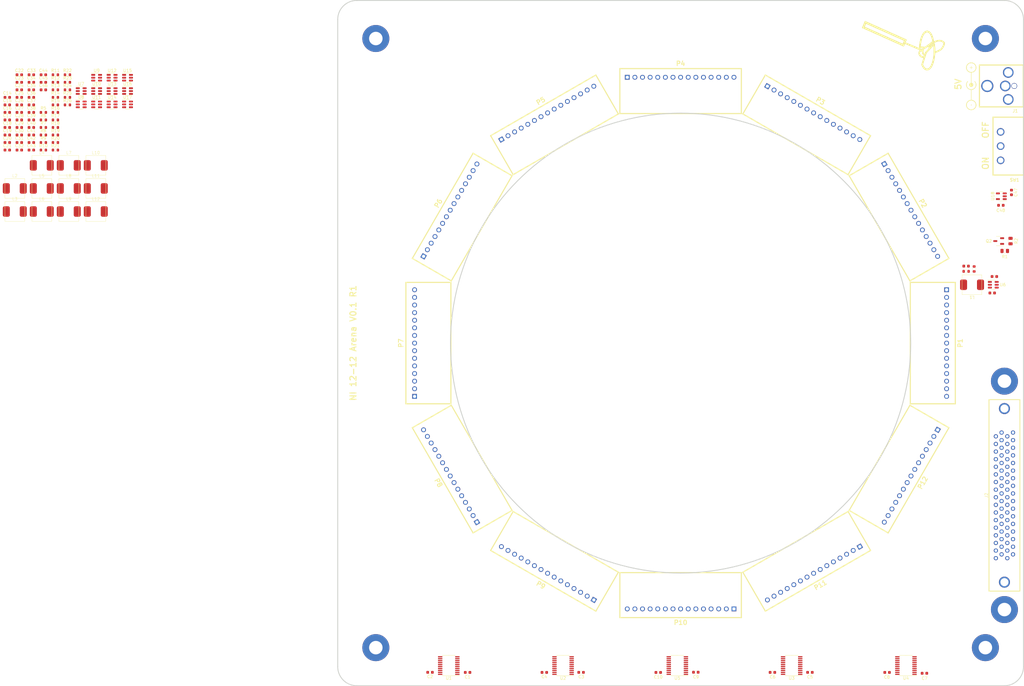
<source format=kicad_pcb>
(kicad_pcb (version 20221018) (generator pcbnew)
  (layers (0 "F.Cu" signal) (1 "In1.Cu" power) (2 "In2.Cu" power) (31 "B.Cu" signal) (34 "B.Paste" user) (35 "F.Paste" user) (36 "B.SilkS" user "B.Silkscreen") (37 "F.SilkS" user "F.Silkscreen") (38 "B.Mask" user) (39 "F.Mask" user) (44 "Edge.Cuts" user))
  (net 0 "")
  (net 1 "+3.3V")
  (net 2 "/Level Shifters/POW.5V_HDR_10")
  (net 4 "Net-(SW1-A)")
  (net 15 "/Level Shifters/PAN5V.CS_00")
  (net 16 "/Level Shifters/PAN5V.CS_01")
  (net 17 "/Level Shifters/PAN5V.CS_02")
  (net 18 "/Level Shifters/PAN5V.CS_03")
  (net 19 "/Level Shifters/PAN5V.CS_04")
  (net 20 "/Level Shifters/PAN5V.EXT_INT")
  (net 21 "GND")
  (net 25 "/Level Shifters/PAN5V.CS_05")
  (net 26 "/Level Shifters/PAN5V.CS_06")
  (net 38 "Net-(Q2-G)")
  (net 39 "/Level Shifters/PAN5V.RESET")
  (net 40 "/Level Shifters/PAN3V.RESET")
  (net 41 "/Level Shifters/PAN3V.CS_00")
  (net 42 "/Level Shifters/PAN3V.CS_01")
  (net 43 "/Level Shifters/PAN3V.CS_02")
  (net 44 "/Level Shifters/PAN3V.CS_03")
  (net 45 "/Level Shifters/PAN3V.CS_04")
  (net 46 "/Level Shifters/PAN3V.CS_05")
  (net 47 "/Level Shifters/PAN3V.CS_06")
  (net 48 "/Level Shifters/PAN3V.CS_07")
  (net 49 "/Level Shifters/PAN5V.CS_07")
  (net 50 "/Level Shifters/PAN3V.SCK_00")
  (net 51 "/Level Shifters/PAN3V.SCK_01")
  (net 52 "/Level Shifters/PAN3V.SCK_02")
  (net 53 "/Level Shifters/PAN3V.SCK_03")
  (net 54 "/Level Shifters/PAN3V.SCK_04")
  (net 55 "/Level Shifters/PAN3V.SCK_05")
  (net 56 "/Level Shifters/PAN3V.MOSI_00")
  (net 57 "/Level Shifters/PAN3V.MISO_00")
  (net 58 "/Level Shifters/PAN5V.MISO_00")
  (net 59 "/Level Shifters/PAN5V.MOSI_00")
  (net 60 "/Level Shifters/PAN5V.SCK_05")
  (net 61 "/Level Shifters/PAN5V.SCK_04")
  (net 62 "/Level Shifters/PAN5V.SCK_03")
  (net 63 "/Level Shifters/PAN5V.SCK_02")
  (net 64 "/Level Shifters/PAN3V.EXT_INT")
  (net 65 "/Level Shifters/PAN5V.SCK_01")
  (net 66 "/Level Shifters/PAN5V.SCK_00")
  (net 67 "/Level Shifters/PAN3V.MOSI_01")
  (net 68 "/Level Shifters/PAN3V.MISO_01")
  (net 69 "/Level Shifters/PAN3V.MOSI_02")
  (net 70 "/Level Shifters/PAN3V.MISO_02")
  (net 71 "/Level Shifters/PAN3V.MOSI_03")
  (net 72 "/Level Shifters/PAN3V.MISO_03")
  (net 73 "/Level Shifters/PAN3V.MOSI_04")
  (net 74 "/Level Shifters/PAN3V.MISO_04")
  (net 75 "/Level Shifters/PAN5V.MISO_04")
  (net 76 "/Level Shifters/PAN5V.MOSI_04")
  (net 77 "/Level Shifters/PAN5V.MISO_03")
  (net 78 "/Level Shifters/PAN5V.MOSI_03")
  (net 79 "/Level Shifters/PAN5V.MISO_02")
  (net 80 "/Level Shifters/PAN5V.MOSI_02")
  (net 81 "/Level Shifters/PAN5V.MISO_01")
  (net 82 "/Level Shifters/PAN5V.MOSI_01")
  (net 83 "/Level Shifters/PAN3V.MOSI_05")
  (net 84 "/Panel Headers/RESET")
  (net 85 "/Level Shifters/PAN3V.MISO_05")
  (net 86 "/Level Shifters/PAN3V.MOSI_06")
  (net 87 "/Level Shifters/PAN3V.MISO_06")
  (net 88 "/Level Shifters/PAN3V.MOSI_07")
  (net 89 "/Level Shifters/PAN3V.MISO_07")
  (net 90 "/Level Shifters/PAN3V.MOSI_08")
  (net 91 "/Level Shifters/PAN3V.MISO_08")
  (net 92 "/Level Shifters/PAN5V.MISO_08")
  (net 93 "/Level Shifters/PAN5V.MOSI_08")
  (net 94 "/Level Shifters/PAN5V.MISO_07")
  (net 95 "/Level Shifters/PAN5V.MOSI_07")
  (net 96 "/Level Shifters/PAN5V.MISO_06")
  (net 97 "/Level Shifters/PAN5V.MOSI_06")
  (net 98 "/Level Shifters/PAN5V.MISO_05")
  (net 99 "/Level Shifters/PAN5V.MOSI_05")
  (net 100 "/Level Shifters/PAN3V.MOSI_09")
  (net 101 "/Level Shifters/PAN3V.MISO_09")
  (net 102 "/Level Shifters/PAN3V.MOSI_10")
  (net 103 "/Level Shifters/PAN3V.MISO_10")
  (net 104 "/Level Shifters/PAN3V.MOSI_11")
  (net 105 "/Level Shifters/PAN3V.MISO_11")
  (net 106 "/Level Shifters/PAN5V.MISO_11")
  (net 107 "/Level Shifters/PAN5V.MOSI_11")
  (net 108 "/Level Shifters/PAN5V.MISO_10")
  (net 109 "/Level Shifters/PAN5V.MOSI_10")
  (net 110 "/Level Shifters/PAN5V.MISO_09")
  (net 111 "/Level Shifters/PAN5V.MOSI_09")
  (net 113 "VCC")
  (net 114 "/Level Shifters/POW.5V_HDR_1")
  (net 115 "/Level Shifters/POW.5V_HDR_2")
  (net 116 "/Level Shifters/POW.5V_HDR_3")
  (net 117 "/Level Shifters/POW.5V_HDR_4")
  (net 118 "/Level Shifters/POW.5V_HDR_5")
  (net 119 "/Level Shifters/POW.5V_HDR_6")
  (net 120 "/Level Shifters/POW.5V_HDR_7")
  (net 121 "/Level Shifters/POW.5V_HDR_8")
  (net 122 "/Level Shifters/POW.5V_HDR_9")
  (net 123 "/Level Shifters/POW.5V_HDR_11")
  (net 124 "/Level Shifters/POW.5V_HDR_12")
  (net 125 "Net-(U6-VBST)")
  (net 126 "Net-(U6-SW)")
  (net 127 "Net-(U7-VBST)")
  (net 128 "Net-(U7-SW)")
  (net 129 "Net-(U8-VBST)")
  (net 130 "Net-(U8-SW)")
  (net 131 "Net-(U9-VBST)")
  (net 132 "Net-(U9-SW)")
  (net 133 "Net-(U10-VBST)")
  (net 134 "Net-(U10-SW)")
  (net 135 "Net-(U11-VBST)")
  (net 136 "Net-(U11-SW)")
  (net 137 "Net-(U12-VBST)")
  (net 138 "Net-(U12-SW)")
  (net 139 "Net-(U13-VBST)")
  (net 140 "Net-(U13-SW)")
  (net 141 "Net-(U14-VBST)")
  (net 142 "Net-(U14-SW)")
  (net 143 "Net-(U15-VBST)")
  (net 144 "Net-(U15-SW)")
  (net 145 "Net-(U16-VBST)")
  (net 146 "Net-(U16-SW)")
  (net 147 "Net-(U17-VBST)")
  (net 148 "Net-(U17-SW)")
  (net 149 "Net-(U6-VFB)")
  (net 150 "Net-(U7-VFB)")
  (net 151 "Net-(U8-VFB)")
  (net 152 "Net-(U9-VFB)")
  (net 153 "Net-(U10-VFB)")
  (net 154 "Net-(U11-VFB)")
  (net 155 "Net-(U12-VFB)")
  (net 156 "Net-(U13-VFB)")
  (net 157 "Net-(U14-VFB)")
  (net 158 "Net-(U15-VFB)")
  (net 159 "Net-(U16-VFB)")
  (net 160 "Net-(U17-VFB)")
  (footprint "Resistor_SMD:R_0603_1608Metric" (layer "F.Cu") (at -34.6156 113.4038)
    (fp_text reference "R10")
    (fp_text value "10k")
  )
  (footprint "Capacitor_SMD:C_0603_1608Metric" (layer "F.Cu") (at -38.6256 95.8338)
    (fp_text reference "C36")
    (fp_text value "100nF")
  )
  (footprint "Capacitor_SMD:C_0603_1608Metric" (layer "F.Cu") (at 144.6255 287.643)
    (fp_text reference "C3")
    (fp_text value "0.1uF")
  )
  (footprint "Package_TO_SOT_SMD:SOT-23-6" (layer "F.Cu") (at -16.8656 98.1738)
    (fp_text reference "U11")
    (fp_text value "TPS564201DDC")
  )
  (footprint "Package_TO_SOT_SMD:SOT-23-6" (layer "F.Cu") (at -11.7156 98.1738)
    (fp_text reference "U14")
    (fp_text value "TPS564201DDC")
  )
  (footprint "MountingHole:MountingHole_4.5mm_Pad" (layer "F.Cu") (at 76.2 76.2)
    (fp_text reference "H1" hide)
    (fp_text value "MountingHole_Pad" hide)
  )
  (footprint "arena_custom:HEADER_TOP" (layer "F.Cu") (at 177.799999 266.474028 180)
    (fp_text reference "P10")
    (fp_text value "CONN15" hide)
  )
  (footprint "Capacitor_SMD:C_0603_1608Metric" (layer "F.Cu") (at 208.4105 287.653 180)
    (fp_text reference "C6")
    (fp_text value "0.1uF")
  )
  (footprint "Package_TO_SOT_SMD:SOT-23-6" (layer "F.Cu") (at -11.7156 89.2738)
    (fp_text reference "U12")
    (fp_text value "TPS564201DDC")
  )
  (footprint "arena_custom:HEADER_TOP" (layer "F.Cu") (at 254.593961 222.137014 -120)
    (fp_text reference "P12")
    (fp_text value "CONN15" hide)
  )
  (footprint "Capacitor_SMD:C_0603_1608Metric" (layer "F.Cu") (at -42.6356 93.3238)
    (fp_text reference "C24")
    (fp_text value "100nF")
  )
  (footprint "arena_custom:HEADER_TOP" (layer "F.Cu") (at 89.125971 177.8 90)
    (fp_text reference "P7")
    (fp_text value "CONN15" hide)
  )
  (footprint "Package_TO_SOT_SMD:SOT-23-6" (layer "F.Cu") (at -11.7156 93.7238)
    (fp_text reference "U13")
    (fp_text value "TPS564201DDC")
  )
  (footprint "Capacitor_SMD:C_0603_1608Metric" (layer "F.Cu") (at -34.6156 90.8138)
    (fp_text reference "C45")
    (fp_text value "100nF")
  )
  (footprint "Capacitor_SMD:C_0603_1608Metric" (layer "F.Cu") (at -38.6256 105.8738)
    (fp_text reference "C40")
    (fp_text value "22uF")
  )
  (footprint "arena_custom:slide_switch" (layer "F.Cu") (at 287.02 112.0902 90)
    (fp_text reference "SW1")
    (fp_text value "SW_SPDT" hide)
  )
  (footprint "Package_SO:TSSOP-20_4.4x6.5mm_P0.65mm" (layer "F.Cu") (at 214.8155 285.373 180)
    (fp_text reference "U3")
    (fp_text value "TXB0108PW")
  )
  (footprint "arena_custom:CYA0650_3P3UH" (layer "F.Cu") (at -35.1256 126.2088)
    (fp_text reference "L5")
    (fp_text value "3.3uH")
  )
  (footprint "Capacitor_SMD:C_0603_1608Metric" (layer "F.Cu") (at 246.6355 287.663 180)
    (fp_text reference "C8")
    (fp_text value "0.1uF")
  )
  (footprint "Package_SO:TSSOP-20_4.4x6.5mm_P0.65mm" (layer "F.Cu") (at 138.6155 285.373 180)
    (fp_text reference "U2")
    (fp_text value "TXB0108PW")
  )
  (footprint "Resistor_SMD:R_0603_1608Metric" (layer "F.Cu") (at -30.6056 113.4038)
    (fp_text reference "R21")
    (fp_text value "56.2k")
  )
  (footprint "Capacitor_SMD:C_0603_1608Metric" (layer "F.Cu") (at -34.6156 93.3238)
    (fp_text reference "C46")
    (fp_text value "22uF")
  )
  (footprint "Resistor_SMD:R_0603_1608Metric" (layer "F.Cu") (at -26.5956 93.3238)
    (fp_text reference "R24")
    (fp_text value "10k")
  )
  (footprint "arena_custom:CYA0650_3P3UH" (layer "F.Cu") (at -26.1256 118.5088)
    (fp_text reference "L7")
    (fp_text value "3.3uH")
  )
  (footprint "Capacitor_SMD:C_0603_1608Metric" (layer "F.Cu") (at -42.6356 95.8338)
    (fp_text reference "C25")
    (fp_text value "22uF")
  )
  (footprint "Capacitor_SMD:C_0603_1608Metric" (layer "F.Cu") (at 281.673 161.0868)
    (fp_text reference "C12" hide)
    (fp_text value "10uF" hide)
  )
  (footprint "arena_custom:HEADER_TOP" (layer "F.Cu") (at 133.462985 254.593961 150)
    (fp_text reference "P9")
    (fp_text value "CONN15" hide)
  )
  (footprint "arena_custom:HEADER_TOP" (layer "F.Cu") (at 222.137014 254.593961 -150)
    (fp_text reference "P11")
    (fp_text value "CONN15" hide)
  )
  (footprint "Resistor_SMD:R_0603_1608Metric" (layer "F.Cu") (at -30.6056 108.3838)
    (fp_text reference "R19")
    (fp_text value "56.2k")
  )
  (footprint "arena_custom:CYA0650_3P3UH" (layer "F.Cu") (at -17.1256 118.5088)
    (fp_text reference "L10")
    (fp_text value "3.3uH")
  )
  (footprint "Capacitor_SMD:C_0603_1608Metric" (layer "F.Cu") (at 182.8705 287.603)
    (fp_text reference "C9")
    (fp_text value "0.1uF")
  )
  (footprint "Capacitor_SMD:C_0603_1608Metric" (layer "F.Cu") (at 94.2705 287.633 180)
    (fp_text reference "C2")
    (fp_text value "0.1uF")
  )
  (footprint "Capacitor_SMD:C_0603_1608Metric" (layer "F.Cu") (at 220.9105 287.643)
    (fp_text reference "C5")
    (fp_text value "0.1uF")
  )
  (footprint "Capacitor_SMD:C_0603_1608Metric" (layer "F.Cu") (at -38.6256 100.8538)
    (fp_text reference "C38")
    (fp_text value "10uF")
  )
  (footprint "Package_TO_SOT_SMD:SOT-23-6" (layer "F.Cu") (at -16.8656 89.2738)
    (fp_text reference "U9")
    (fp_text value "TPS564201DDC")
  )
  (footprint "Package_TO_SOT_SMD:SOT-23-6" (layer "F.Cu") (at 282.0286 158.3436)
    (fp_text reference "U6")
    (fp_text value "TPS564201DDC" hide)
  )
  (footprint "Capacitor_SMD:C_0603_1608Metric" (layer "F.Cu") (at -38.6256 113.4038)
    (fp_text reference "C43")
    (fp_text value "22uF")
  )
  (footprint "Capacitor_SMD:C_0603_1608Metric" (layer "F.Cu") (at 170.3455 287.673 180)
    (fp_text reference "C10")
    (fp_text value "0.1uF")
  )
  (footprint "Resistor_SMD:R_0603_1608Metric" (layer "F.Cu") (at -34.6156 100.8538)
    (fp_text reference "R5")
    (fp_text value "56.2k")
  )
  (footprint "Capacitor_SMD:C_0603_1608Metric" (layer "F.Cu") (at -42.6356 88.3038)
    (fp_text reference "C22")
    (fp_text value "22uF")
  )
  (footprint "arena_custom:CYA0650_3P3UH" (layer "F.Cu") (at -26.1256 126.2088)
    (fp_text reference "L8")
    (fp_text value "3.3uH")
  )
  (footprint "Resistor_SMD:R_0603_1608Metric" (layer "F.Cu") (at 275.6532 153.0736 90)
    (fp_text reference "R4" hide)
    (fp_text value "10k" hide)
  )
  (footprint "arena_custom:CYA0650_3P3UH" (layer "F.Cu") (at -44.1256 133.9088)
    (fp_text reference "L3")
    (fp_text value "3.3uH")
  )
  (footprint "Capacitor_SMD:C_0603_1608Metric" (layer "F.Cu") (at -38.6256 98.3438)
    (fp_text reference "C37")
    (fp_text value "22uF")
  )
  (footprint "Resistor_SMD:R_0603_1608Metric" (layer "F.Cu") (at -34.6156 103.3638)
    (fp_text reference "R6")
    (fp_text value "10k")
  )
  (footprint "Capacitor_SMD:C_0603_1608Metric" (layer "F.Cu") (at -38.6256 108.3838)
    (fp_text reference "C41")
    (fp_text value "10uF")
  )
  (footprint "arena_custom:CYA0650_3P3UH" (layer "F.Cu") (at 274.9226 158.3436 180)
    (fp_text reference "L1")
    (fp_text value "3.3uH")
  )
  (footprint "Resistor_SMD:R_0603_1608Metric" (layer "F.Cu") (at -30.6056 110.8938)
    (fp_text reference "R20")
    (fp_text value "10k")
  )
  (footprint "MountingHole:MountingHole_4.5mm_Pad" (layer "F.Cu") (at 279.4 279.4)
    (fp_text reference "H3" hide)
    (fp_text value "MountingHole_Pad" hide)
  )
  (footprint "Package_SO:TSSOP-20_4.4x6.5mm_P0.65mm" (layer "F.Cu") (at 100.5155 285.373 180)
    (fp_text reference "U1")
    (fp_text value "TXB0108PW")
  )
  (footprint "Capacitor_SMD:C_0603_1608Metric" (layer "F.Cu") (at -46.6456 113.4038)
    (fp_text reference "C21")
    (fp_text value "100nF")
  )
  (footprint "Capacitor_SMD:C_0603_1608Metric" (layer "F.Cu") (at -42.6356 108.3838)
    (fp_text reference "C30")
    (fp_text value "100nF")
  )
  (footprint "Capacitor_SMD:C_0603_1608Metric" (layer "F.Cu") (at 284.561 131.836)
    (fp_text reference "C48")
    (fp_text value "10uF")
  )
  (footprint "Package_TO_SOT_SMD:SOT-23-3" (layer "F.Cu") (at 283.8395 143.764 180)
    (fp_text reference "Q2")
    (fp_text value "MOSFET_NCHAN" hide)
  )
  (footprint "Capacitor_SMD:C_0603_1608Metric" (layer "F.Cu") (at -42.6356 105.8738)
    (fp_text reference "C29")
    (fp_text value "10uF")
  )
  (footprint "Capacitor_SMD:C_0603_1608Metric" (layer "F.Cu") (at -46.6456 103.3638)
    (fp_text reference "C17")
    (fp_text value "10uF")
  )
  (footprint "MountingHole:MountingHole_4.5mm_Pad" (layer "F.Cu") (at 76.2 279.4)
    (fp_text reference "H4" hide)
    (fp_text value "MountingHole_Pad" hide)
  )
  (footprint "Capacitor_SMD:C_0603_1608Metric" (layer "F.Cu") (at -38.6256 93.3238)
    (fp_text reference "C35")
    (fp_text value "10uF")
  )
  (footprint "Capacitor_SMD:C_0603_1608Metric" (layer "F.Cu") (at -42.6356 113.4038)
    (fp_text reference "C32")
    (fp_text value "10uF")
  )
  (footprint "arena_custom:DCJACK_2PIN_HIGHCURRENT" (layer "F.Cu") (at 292.0238 92.0242 -90)
    (fp_text reference "J1")
    (fp_text value "Barrel_Jack" hide)
  )
  (footprint "Capacitor_SMD:C_0603_1608Metric" (layer "F.Cu") (at -42.6356 90.8138)
    (fp_text reference "C23")
    (fp_text value "10uF")
  )
  (footprint "Capacitor_SMD:C_0603_1608Metric" (layer "F.Cu") (at -46.6456 95.8338)
    (fp_text reference "C14")
    (fp_text value "10uF")
  )
  (footprint "Capacitor_SMD:C_0603_1608Metric" (layer "F.Cu") (at -46.6456 98.3438)
    (fp_text reference "C15")
    (fp_text value "100nF")
  )
  (footprint "Resistor_SMD:R_0603_1608Metric" (layer "F.Cu") (at -30.6056 98.3438)
    (fp_text reference "R15")
    (fp_text value "56.2k")
  )
  (footprint "arena_custom:HEADER_TOP" (layer "F.Cu") (at 133.462985 101.006038 30)
    (fp_text reference "P5")
    (fp_text value "CONN15" hide)
  )
  (footprint "Capacitor_SMD:C_0603_1608Metric" (layer "F.Cu") (at -42.6356 98.3438)
    (fp_text reference "C26")
    (fp_text value "10uF")
  )
  (footprint "Package_SO:TSSOP-20_4.4x6.5mm_P0.65mm" (layer "F.Cu") (at 252.9155 285.373 180)
    (fp_text reference "U4")
    (fp_text value "TXB0108PW")
  )
  (footprint "arena_custom:CYA0650_3P3UH" (layer "F.Cu") (at -17.1256 126.2088)
    (fp_text reference "L11")
    (fp_text value "3.3uH")
  )
  (footprint "Capacitor_SMD:C_0603_1608Metric" (layer "F.Cu") (at 282.3972 155.6004 180)
    (fp_text reference "C11" hide)
    (fp_text value "100nF" hide)
  )
  (footprint "arena_custom:HEADER_TOP" (layer "F.Cu") (at 177.8 89.125971)
    (fp_text reference "P4")
    (fp_text value "CONN15" hide)
  )
  (footprint "Capacitor_SMD:C_0603_1608Metric" (layer "F.Cu") (at -42.6356 110.8938)
    (fp_text reference "C31")
    (fp_text value "22uF")
  )
  (footprint "Resistor_SMD:R_0805_2012Metric" (layer "F.Cu") (at 285.8535 147.066)
    (fp_text reference "R1")
    (fp_text value "200")
  )
  (footprint "Resistor_SMD:R_0603_1608Metric" (layer "F.Cu") (at -30.6056 90.8138)
    (fp_text reference "R12")
    (fp_text value "10k")
  )
  (footprint "Capacitor_SMD:C_0603_1608Metric" (layer "F.Cu") (at -46.6456 110.8938)
    (fp_text reference "C20")
    (fp_text value "10uF")
  )
  (footprint "Capacitor_SMD:C_0603_1608Metric" (layer "F.Cu") (at 272.9738 152.1206 180)
    (fp_text reference "C13" hide)
    (fp_text value "22uF" hide)
  )
  (footprint "Capacitor_SMD:C_0603_1608Metric" (layer "F.Cu") (at -38.6256 110.8938)
    (fp_text reference "C42")
    (fp_text value "100nF")
  )
  (footprint "Package_TO_SOT_SMD:SOT-23-5" (layer "F.Cu") (at 284.7035 128.816 180)
    (fp_text reference "U18")
    (fp_text value "AP2112K-3.3" hide)
  )
  (footprint "Package_TO_SOT_SMD:SOT-23-6" (layer "F.Cu") (at -22.0156 98.1738)
    (fp_text reference "U8")
    (fp_text value "TPS564201DDC")
  )
  (footprint "Resistor_SMD:R_0603_1608Metric" (layer "F.Cu") (at 272.9862 153.8732)
    (fp_text reference "R3" hide)
    (fp_text value "56.2k" hide)
  )
  (footprint "arena_custom:CYA0650_3P3UH" (layer "F.Cu") (at -17.1256 133.9088)
    (fp_text reference "L12")
    (fp_text value "3.3uH")
  )
  (footprint "Capacitor_SMD:C_0603_1608Metric" (layer "F.Cu") (at -38.6256 103.3638)
    (fp_text reference "C39")
    (fp_text value "100nF")
  )
  (footprint "MountingHole:MountingHole_4.5mm_Pad" (layer "F.Cu") (at 285.75 190.5)
    (fp_text reference "H5" hide)
    (fp_text value "MountingHole_Pad" hide)
  )
  (footprint "arena_custom:HEADER_TOP" (layer "F.Cu") (at 266.474028 177.8 -90)
    (fp_text reference "P1")
    (fp_text value "CONN15" hide)
  )
  (footprint "Capacitor_SMD:C_0603_1608Metric" (layer "F.Cu") (at -34.6156 88.3038)
    (fp_text reference "C44")
    (fp_text value "10uF")
  )
  (footprint "Resistor_SMD:R_0603_1608Metric" (layer "F.Cu") (at -26.5956 90.8138)
    (fp_text reference "R23")
    (fp_text value "56.2k")
  )
  (footprint "arena_custom:HEADER_TOP" (layer "F.Cu") (at 101.006038 133.462985 60)
    (fp_text reference "P6")
    (fp_text value "CONN15" hide)
  )
  (footprint "Package_TO_SOT_SMD:SOT-23-6" (layer "F.Cu") (at -16.8656 93.7238)
    (fp_text reference "U10")
    (fp_text value "TPS564201DDC")
  )
  (footprint "Resistor_SMD:R_0603_1608Metric" (layer "F.Cu") (at -30.6056 100.8538)
    (fp_text reference "R16")
    (fp_text value "10k")
  )
  (footprint "arena_custom:HEADER_TOP" (layer "F.Cu") (at 101.006038 222.137014 120)
    (fp_text reference "P8")
    (fp_text value "CONN15" hide)
  )
  (footprint "Capacitor_SMD:C_0603_1608Metric" (layer "F.Cu") (at -42.6356 100.8538)
    (fp_text reference "C27")
    (fp_text value "100nF")
  )
  (footprint "Resistor_SMD:R_0603_1608Metric" (layer "F.Cu") (at -26.5956 98.3438)
    (fp_text reference "R26")
    (fp_text value "10k")
  )
  (footprint "Capacitor_SMD:C_0603_1608Metric" (layer "F.Cu") (at -38.6256 90.8138)
    (fp_text reference "C34")
    (fp_text value "22uF")
  )
  (footprint "MountingHole:MountingHole_4.5mm_Pad" (layer "F.Cu") (at 279.4 76.2)
    (fp_text reference "H2" hide)
    (fp_text value "MountingHole_Pad" hide)
  )
  (footprint "Capacitor_SMD:C_0603_1608Metric" (layer "F.Cu") (at 132.3755 287.663 180)
    (fp_text reference "C4")
    (fp_text value "0.1uF")
  )
  (footprint "Capacitor_SMD:C_0603_1608Metric" (layer "F.Cu") (at -46.6456 105.8738)
    (fp_text reference "C18")
    (fp_text value "100nF")
  )
  (footprint "Capacitor_SMD:C_0603_1608Metric" (layer "F.Cu") (at 259.0855 287.953)
    (fp_text reference "C7")
    (fp_text value "0.1uF")
  )
  (footprint "Resistor_SMD:R_0603_1608Metric" (layer "F.Cu") (at -34.6156 108.3838)
    (fp_text reference "R8")
    (fp_text value "10k")
  )
  (footprint "Capacitor_SMD:C_0603_1608Metric" (layer "F.Cu") (at -38.6256 88.3038)
    (fp_text reference "C33")
    (fp_text value "100nF")
  )
  (footprint "Resistor_SMD:R_0603_1608Metric" (layer "F.Cu") (at -26.5956 88.3038)
    (fp_text reference "R22")
    (fp_text value "10k")
  )
  (footprint "arena_custom:CYA0650_3P3UH" (layer "F.Cu") (at -35.1256 118.5088)
    (fp_text reference "L4")
    (fp_text value "3.3uH")
  )
  (footprint "Package_TO_SOT_SMD:SOT-23-6" (layer "F.Cu") (at -6.5656 89.2738)
    (fp_text reference "U15")
    (fp_text value "TPS564201DDC")
  )
  (footprint "Resistor_SMD:R_0603_1608Metric" (layer "F.Cu") (at -30.6056 105.8738)
    (fp_text reference "R18")
    (fp_text value "10k")
  )
  (footprint "Capacitor_SMD:C_0603_1608Metric" (layer "F.Cu") (at -46.6456 108.3838)
    (fp_text reference "C19")
    (fp_text value "22uF")
  )
  (footprint "Resistor_SMD:R_0603_1608Metric" (layer "F.Cu") (at -30.6056 88.3038)
    (fp_text reference "R11")
    (fp_text value "56.2k")
  )
  (footprint "Capacitor_SMD:C_0603_1608Metric" (layer "F.Cu") (at 106.7905 287.663)
    (fp_text reference "C1")
    (fp_text value "0.1uF")
  )
  (footprint "arena_custom:CYA0650_3P3UH" (layer "F.Cu") (at -26.1256 133.9088)
    (fp_text reference "L9")
    (fp_text value "3.3uH")
  )
  (footprint "MountingHole:MountingHole_4.5mm_Pad" (layer "F.Cu") (at 285.75 266.7)
    (fp_text reference "H6" hide)
    (fp_text value "MountingHole_Pad" hide)
  )
  (footprint "Package_TO_SOT_SMD:SOT-23-6" (layer "F.Cu") (at -22.0156 93.7238)
    (fp_text reference "U7")
    (fp_text value "TPS564201DDC")
  )
  (footprint "Resistor_SMD:R_0603_1608Metric" (layer "F.Cu") (at -34.6156 110.8938)
    (fp_text reference "R9")
    (fp_text value "56.2k")
  )
  (footprint "arena_custom:HEADER_TOP" (layer "F.Cu") (at 254.593961 133.462985 -60)
    (fp_text reference "P2")
    (fp_text value "CONN15" hide)
  )
  (footprint "arena_custom:CYA0650_3P3UH" (layer "F.Cu") (at -35.1256 133.9088)
    (fp_text reference "L6")
    (fp_text value "3.3uH")
  )
  (footprint "Resistor_SMD:R_0603_1608Metric" (layer "F.Cu") (at -30.6056 95.8338)
    (fp_text reference "R14")
    (fp_text value "10k")
  )
  (footprint "Capacitor_SMD:C_0603_1608Metric" (layer "F.Cu") (at 288.096 127.546 -90)
    (fp_text reference "C47")
    (fp_text value "10uF")
  )
  (footprint "Resistor_SMD:R_0603_1608Metric" (layer "F.Cu") (at -30.6056 93.3238)
    (fp_text reference "R13")
    (fp_text value "56.2k")
  )
  (footprint "arena_custom:TE_CONN_DSUB_VERT_68" (layer "F.Cu") (at 285.75 228.6 90)
    (fp_text reference "J2")
    (fp_text value "NI_TE_68pos" hide)
  )
  (footprint "Capacitor_SMD:C_0603_1608Metric" (layer "F.Cu") (at -42.6356 103.3638)
    (fp_text reference "C28")
    (fp_text value "22uF")
  )
  (footprint "Resistor_SMD:R_0603_1608Metric" (layer "F.Cu") (at -34.6156 105.8738)
    (fp_text reference "R7")
    (fp_text value "56.2k")
  )
  (footprint "arena_custom:HEADER_TOP" (layer "F.Cu") (at 222.137014 101.006038 -30)
    (fp_text reference "P3")
    (fp_text value "CONN15" hide)
  )
  (footprint "Package_TO_SOT_SMD:SOT-23-6" (layer "F.Cu") (at -6.5656 93.7238)
    (fp_text reference "U16")
    (fp_text value "TPS564201DDC")
  )
  (footprint "Package_SO:TSSOP-20_4.4x6.5mm_P0.65mm" (layer "F.Cu") (at 176.7155 285.373 180)
    (fp_text reference "U5")
    (fp_text value "TXB0108PW")
  )
  (footprint "Capacitor_SMD:C_0603_1608Metric" (layer "F.Cu") (at -46.6456 100.8538)
    (fp_text reference "C16")
    (fp_text value "22uF")
  )
  (footprint "Resistor_SMD:R_0805_2012Metric" (layer "F.Cu") (at 287.782 143.764 -90)
    (fp_text reference "R2")
    (fp_text value "20k")
  )
  (footprint "arena_custom:CYA0650_3P3UH" (layer "F.Cu") (at -44.1256 126.2088)
    (fp_text reference "L2")
    (fp_text value "3.3uH")
  )
  (footprint "Package_TO_SOT_SMD:SOT-23-6" (layer "F.Cu") (at -6.5656 98.1738)
    (fp_text reference "U17")
    (fp_text value "TPS564201DDC")
  )
  (footprint "Resistor_SMD:R_0603_1608Metric" (layer "F.Cu") (at -26.5956 95.8338)
    (fp_text reference "R25")
    (fp_text value "56.2k")
  )
  (footprint "Resistor_SMD:R_0603_1608Metric" (layer "F.Cu") (at -30.6056 103.3638)
    (fp_text reference "R17")
    (fp_text value "56.2k")
  )
  (gr_line (start 261.869046 84.235629) (end 261.941978 83.996274) (stroke (width 0.514144)) (layer "F.SilkS"))
  (gr_line (start 258.99813 86.023131) (end 259.098897 86.128731) (stroke (width 0.514144)) (layer "F.SilkS"))
  (gr_line (start 259.068645 82.308853) (end 258.717929 82.409537) (stroke (width 0.514144)) (layer "F.SilkS"))
  (gr_line (start 273.382477 92.585887) (end 273.336417 92.519801) (stroke (width 0.15487)) (layer "F.SilkS"))
  (gr_line (start 275.003458 84.324863) (end 275.080765 84.342706) (stroke (width 0.179621)) (layer "F.SilkS"))
  (gr_line (start 273.725344 84.609849) (end 273.787993 84.565299) (stroke (width 0.179621)) (layer "F.SilkS"))
  (gr_line (start 262.352669 81.788771) (end 262.380098 81.482222) (stroke (width 0.514144)) (layer "F.SilkS"))
  (gr_line (start 257.687722 79.102057) (end 257.547538 79.107867) (stroke (width 0.514144)) (layer "F.SilkS"))
  (gr_line (start 257.723346 80.298042) (end 258.0072 80.217521) (stroke (width 0.514144)) (layer "F.SilkS"))
  (gr_line (start 258.318284 84.933399) (end 258.534906 85.362848) (stroke (width 0.514144)) (layer "F.SilkS"))
  (gr_line (start 261.038343 85.916534) (end 261.144288 85.776614) (stroke (width 0.514144)) (layer "F.SilkS"))
  (gr_line (start 275.230838 99.879067) (end 275.156592 99.904189) (stroke (width 0.179621)) (layer "F.SilkS"))
  (gr_line (start 276.047991 97.549536) (end 276.086466 97.616452) (stroke (width 0.179621)) (layer "F.SilkS"))
  (gr_line (start 259.522398 86.435015) (end 259.632794 86.481079) (stroke (width 0.514144)) (layer "F.SilkS"))
  (gr_line (start 258.777057 85.766629) (end 258.999103 86.077093) (stroke (width 0.514144)) (layer "F.SilkS"))
  (gr_line (start 274.438075 87.469819) (end 274.359386 87.455767) (stroke (width 0.179621)) (layer "F.SilkS"))
  (gr_line (start 276.068771 92.451998) (end 276.026396 92.519801) (stroke (width 0.15487)) (layer "F.SilkS"))
  (gr_line (start 259.269515 86.342375) (end 259.551597 86.474135) (stroke (width 0.514144)) (layer "F.SilkS"))
  (gr_line (start 273.607013 99.560919) (end 273.551517 99.50801) (stroke (width 0.179621)) (layer "F.SilkS"))
  (gr_line (start 273.852841 99.744693) (end 273.788008 99.70313) (stroke (width 0.179621)) (layer "F.SilkS"))
  (gr_line (start 276.275119 91.864932) (end 276.262222 91.94132) (stroke (width 0.15487)) (layer "F.SilkS"))
  (gr_line (start 261.195859 79.169296) (end 259.579265 80.914514) (stroke (width 0.514144)) (layer "F.SilkS"))
  (gr_line (start 273.66498 97.145084) (end 273.725344 97.097647) (stroke (width 0.179621)) (layer "F.SilkS"))
  (gr_line (start 258.222097 75.712175) (end 258.508193 75.08281) (stroke (width 0.514144)) (layer "F.SilkS"))
  (gr_line (start 257.639291 81.892298) (end 257.44424 81.58542) (stroke (width 0.514144)) (layer "F.SilkS"))
  (gr_line (start 259.105015 74.263825) (end 259.311569 74.094352) (stroke (width 0.514144)) (layer "F.SilkS"))
  (gr_line (start 274.599194 87.486151) (end 274.518045 87.479981) (stroke (width 0.179621)) (layer "F.SilkS"))
  (gr_line (start 264.846868 77.03694) (end 265.19515 77.227932) (stroke (width 0.514144)) (layer "F.SilkS"))
  (gr_line (start 273.356395 99.271523) (end 273.314831 99.20669) (stroke (width 0.179621)) (layer "F.SilkS"))
  (gr_line (start 273.101902 85.646968) (end 273.115954 85.56828) (stroke (width 0.179621)) (layer "F.SilkS"))
  (gr_line (start 257.836877 82.08495) (end 257.639291 81.892298) (stroke (width 0.514144)) (layer "F.SilkS"))
  (gr_line (start 258.363097 84.991946) (end 258.44546 85.168472) (stroke (width 0.514144)) (layer "F.SilkS"))
  (gr_line (start 275.755818 87.073121) (end 275.697839 87.123344) (stroke (width 0.179621)) (layer "F.SilkS"))
  (gr_line (start 257.44424 81.58542) (end 257.354114 81.357061) (stroke (width 0.514144)) (layer "F.SilkS"))
  (gr_line (start 276.086466 85.128654) (end 276.121754 85.197553) (stroke (width 0.179621)) (layer "F.SilkS"))
  (gr_line (start 274.681423 87.488231) (end 274.599194 87.486151) (stroke (width 0.179621)) (layer "F.SilkS"))
  (gr_line (start 274.924769 84.310811) (end 275.003458 84.324863) (stroke (width 0.179621)) (layer "F.SilkS"))
  (gr_line (start 260.733432 86.263588) (end 261.151004 85.835117) (stroke (width 0.514144)) (layer "F.SilkS"))
  (gr_line (start 273.314823 85.061738) (end 273.356386 84.996906) (stroke (width 0.179621)) (layer "F.SilkS"))
  (gr_line (start 276.271073 98.214736) (end 276.277243 98.295885) (stroke (width 0.179621)) (layer "F.SilkS"))
  (gr_line (start 275.374182 96.937769) (end 275.44308 96.973057) (stroke (width 0.179621)) (layer "F.SilkS"))
  (gr_line (start 273.602839 92.829524) (end 273.542765 92.772411) (stroke (width 0.15487)) (layer "F.SilkS"))
  (gr_line (start 260.706413 79.477825) (end 260.712024 79.395359) (stroke (width 0.514144)) (layer "F.SilkS"))
  (gr_line (start 276.121754 86.583077) (end 276.086466 86.651976) (stroke (width 0.179621)) (layer "F.SilkS"))
  (gr_line (start 260.946139 74.368048) (end 261.01622 74.452941) (stroke (width 0.514144)) (layer "F.SilkS"))
  (gr_line (start 276.246859 85.56828) (end 276.260911 85.646968) (stroke (width 0.179621)) (layer "F.SilkS"))
  (gr_line (start 259.191337 74.160326) (end 259.635724 73.899427) (stroke (width 0.514144)) (layer "F.SilkS"))
  (gr_line (start 275.86422 97.303711) (end 275.914443 97.361691) (stroke (width 0.179621)) (layer "F.SilkS"))
  (gr_line (start 262.545324 80.771909) (end 262.412185 80.815627) (stroke (width 0.514144)) (layer "F.SilkS"))
  (gr_line (start 260.324618 73.925972) (end 260.408233 73.957619) (stroke (width 0.514144)) (layer "F.SilkS"))
  (gr_line (start 274.059426 84.417972) (end 274.131991 84.389361) (stroke (width 0.179621)) (layer "F.SilkS"))
  (gr_line (start 273.161389 92.166478) (end 273.137438 92.092236) (stroke (width 0.15487)) (layer "F.SilkS"))
  (gr_line (start 274.438068 96.798609) (end 274.518039 96.788447) (stroke (width 0.179621)) (layer "F.SilkS"))
  (gr_line (start 275.230838 87.391269) (end 275.156592 87.416391) (stroke (width 0.179621)) (layer "F.SilkS"))
  (gr_line (start 276.277243 98.460342) (end 276.271073 98.541491) (stroke (width 0.179621)) (layer "F.SilkS"))
  (gr_line (start 273.725358 99.658579) (end 273.664993 99.611142) (stroke (width 0.179621)) (layer "F.SilkS"))
  (gr_line (start 259.801304 86.526091) (end 259.858193 86.534526) (stroke (width 0.514144)) (layer "F.SilkS"))
  (gr_line (start 274.835757 93.236685) (end 274.758653 93.242212) (stroke (width 0.15487)) (layer "F.SilkS"))
  (gr_line (start 275.509996 87.256895) (end 275.44308 87.295371) (stroke (width 0.179621)) (layer "F.SilkS"))
  (gr_line (start 274.758653 93.242212) (end 274.681406 93.244055) (stroke (width 0.15487)) (layer "F.SilkS"))
  (gr_line (start 265.212543 79.059189) (end 264.97343 79.423887) (stroke (width 0.514144)) (layer "F.SilkS"))
  (gr_line (start 261.10243 78.444621) (end 261.315995 78.173283) (stroke (width 0.514144)) (layer "F.SilkS"))
  (gr_line (start 274.681423 90.986001) (end 274.681423 87.561242) (stroke (width 0.168772)) (layer "F.SilkS"))
  (gr_line (start 273.314831 99.20669) (end 273.276354 99.139774) (stroke (width 0.179621)) (layer "F.SilkS"))
  (gr_line (start 258.805038 79.584245) (end 258.962692 79.400971) (stroke (width 0.514144)) (layer "F.SilkS"))
  (gr_line (start 257.528226 80.472031) (end 257.723346 80.298042) (stroke (width 0.514144)) (layer "F.SilkS"))
  (gr_line (start 274.059439 99.850456) (end 273.988657 99.818457) (stroke (width 0.179621)) (layer "F.SilkS"))
  (gr_line (start 273.08557 85.808087) (end 273.09174 85.726938) (stroke (width 0.179621)) (layer "F.SilkS"))
  (gr_line (start 274.518045 87.479981) (end 274.438075 87.469819) (stroke (width 0.179621)) (layer "F.SilkS"))
  (gr_line (start 275.374182 87.330659) (end 275.303401 87.362658) (stroke (width 0.179621)) (layer "F.SilkS"))
  (gr_line (start 276.153753 99.000094) (end 276.121754 99.070875) (stroke (width 0.179621)) (layer "F.SilkS"))
  (gr_line (start 260.890935 74.300249) (end 261.297105 74.857027) (stroke (width 0.514144)) (layer "F.SilkS"))
  (gr_line (start 265.19515 77.227932) (end 265.459892 77.445818) (stroke (width 0.514144)) (layer "F.SilkS"))
  (gr_line (start 252.018284 78.418166) (end 238.718666 72.463535) (stroke (width 0.514144)) (layer "F.SilkS"))
  (gr_line (start 273.078482 91.479414) (end 273.087694 91.402597) (stroke (width 0.15487)) (layer "F.SilkS"))
  (gr_line (start 276.284331 91.788114) (end 276.275119 91.864932) (stroke (width 0.15487)) (layer "F.SilkS"))
  (gr_line (start 252.133761 78.470301) (end 252.892946 76.689761) (stroke (width 0.514144)) (layer "F.SilkS"))
  (gr_line (start 259.973209 73.869262) (end 260.063605 73.872837) (stroke (width 0.514144)) (layer "F.SilkS"))
  (gr_line (start 261.710483 84.685573) (end 261.79183 84.465528) (stroke (width 0.514144)) (layer "F.SilkS"))
  (gr_line (start 274.131991 96.877159) (end 274.206238 96.852037) (stroke (width 0.179621)) (layer "F.SilkS"))
  (gr_line (start 259.551597 86.474135) (end 259.994684 86.548802) (stroke (width 0.514144)) (layer "F.SilkS"))
  (gr_line (start 275.359457 93.094824) (end 275.287362 93.126144) (stroke (width 0.15487)) (layer "F.SilkS"))
  (gr_line (start 274.604159 93.242212) (end 274.527055 93.236685) (stroke (width 0.15487)) (layer "F.SilkS"))
  (gr_line (start 263.514703 76.966002) (end 263.881629 76.910616) (stroke (width 0.514144)) (layer "F.SilkS"))
  (gr_line (start 275.633528 92.932696) (end 275.567443 92.978755) (stroke (width 0.15487)) (layer "F.SilkS"))
  (gr_line (start 274.450238 93.227473) (end 274.373849 93.214577) (stroke (width 0.15487)) (layer "F.SilkS"))
  (gr_line (start 274.763651 87.486151) (end 274.681423 87.488231) (stroke (width 0.179621)) (layer "F.SilkS"))
  (gr_line (start 264.512155 76.955573) (end 264.846868 77.03694) (stroke (width 0.514144)) (layer "F.SilkS"))
  (gr_line (start 258.962692 79.400971) (end 259.082687 79.281825) (stroke (width 0.514144)) (layer "F.SilkS"))
  (gr_line (start 262.125243 77.541033) (end 262.317544 77.429839) (stroke (width 0.514144)) (layer "F.SilkS"))
  (gr_line (start 265.620054 78.101997) (end 265.506257 78.457494) (stroke (width 0.514144)) (layer "F.SilkS"))
  (gr_line (start 260.817915 86.156861) (end 260.9295 86.043416) (stroke (width 0.514144)) (layer "F.SilkS"))
  (gr_line (start 275.064779 93.197996) (end 274.988963 93.214577) (stroke (width 0.15487)) (layer "F.SilkS"))
  (gr_line (start 275.811312 84.760418) (end 275.86422 84.815913) (stroke (width 0.179621)) (layer "F.SilkS"))
  (gr_line (start 259.635364 73.926715) (end 259.746568 73.894972) (stroke (width 0.514144)) (layer "F.SilkS"))
  (gr_line (start 265.459892 77.445818) (end 265.636571 77.627093) (stroke (width 0.514144)) (layer "F.SilkS"))
  (gr_line (start 273.18045 85.340898) (end 273.209061 85.268335) (stroke (width 0.179621)) (layer "F.SilkS"))
  (gr_line (start 274.132004 99.879067) (end 274.059439 99.850456) (stroke (width 0.179621)) (layer "F.SilkS"))
  (gr_line (start 274.359386 99.943564) (end 274.282078 99.925722) (stroke (width 0.179621)) (layer "F.SilkS"))
  (gr_line (start 276.277243 85.808087) (end 276.279322 85.890315) (stroke (width 0.179621)) (layer "F.SilkS"))
  (gr_line (start 262.348726 78.582461) (end 262.320169 78.325753) (stroke (width 0.514144)) (layer "F.SilkS"))
  (gr_line (start 260.152305 73.88352) (end 260.239309 73.901252) (stroke (width 0.514144)) (layer "F.SilkS"))
  (gr_line (start 275.374182 84.449971) (end 275.44308 84.485259) (stroke (width 0.179621)) (layer "F.SilkS"))
  (gr_line (start 275.820048 92.772411) (end 275.759973 92.829524) (stroke (width 0.15487)) (layer "F.SilkS"))
  (gr_line (start 273.294042 90.815531) (end 273.336417 90.747728) (stroke (width 0.15487)) (layer "F.SilkS"))
  (gr_line (start 273.137438 91.175293) (end 273.161389 91.101051) (stroke (width 0.15487)) (layer "F.SilkS"))
  (gr_line (start 273.133798 98.777457) (end 273.115955 98.700149) (stroke (width 0.179621)) (layer "F.SilkS"))
  (gr_line (start 257.547538 79.107867) (end 257.592519 78.552196) (stroke (width 0.514144)) (layer "F.SilkS"))
  (gr_line (start 239.427243 70.80169) (end 252.726861 76.756319) (stroke (width 0.514144)) (layer "F.SilkS"))
  (gr_line (start 275.811312 97.248216) (end 275.86422 97.303711) (stroke (width 0.179621)) (layer "F.SilkS"))
  (gr_line (start 276.026396 92.519801) (end 275.980336 92.585887) (stroke (width 0.15487)) (layer "F.SilkS"))
  (gr_line (start 261.536013 85.094508) (end 261.625159 84.895366) (stroke (width 0.514144)) (layer "F.SilkS"))
  (gr_line (start 276.275119 91.402597) (end 276.284331 91.479414) (stroke (width 0.15487)) (layer "F.SilkS"))
  (gr_line (start 259.972961 86.541318) (end 260.099431 86.533073) (stroke (width 0.514144)) (layer "F.SilkS"))
  (gr_line (start 276.246859 98.700149) (end 276.229017 98.777457) (stroke (width 0.179621)) (layer "F.SilkS"))
  (gr_line (start 261.341306 74.971955) (end 261.401263 75.094245) (stroke (width 0.514144)) (layer "F.SilkS"))
  (gr_line (start 276.047991 85.061738) (end 276.086466 85.128654) (stroke (width 0.179621)) (layer "F.SilkS"))
  (gr_line (start 273.087694 91.402597) (end 273.100591 91.326209) (stroke (width 0.15487)) (layer "F.SilkS"))
  (gr_line (start 261.675791 75.794806) (end 261.773826 76.115488) (stroke (width 0.514144)) (layer "F.SilkS"))
  (gr_line (start 263.449756 80.470019) (end 263.104776 80.627747) (stroke (width 0.514144)) (layer "F.SilkS"))
  (gr_line (start 262.027618 77.209965) (end 261.376386 77.701929) (stroke (width 0.514144)) (layer "F.SilkS"))
  (gr_line (start 273.664993 87.123344) (end 273.607013 87.073121) (stroke (width 0.179621)) (layer "F.SilkS"))
  (gr_line (start 263.76086 80.342364) (end 263.449756 80.470019) (stroke (width 0.514144)) (layer "F.SilkS"))
  (gr_line (start 265.636571 77.627093) (end 265.663369 77.776798) (stroke (width 0.514144)) (layer "F.SilkS"))
  (gr_line (start 276.153753 97.756132) (end 276.182363 97.828696) (stroke (width 0.179621)) (layer "F.SilkS"))
  (gr_line (start 262.612989 77.277899) (end 262.838926 77.169467) (stroke (width 0.514144)) (layer "F.SilkS"))
  (gr_line (start 262.420712 79.650396) (end 262.409246 79.377787) (stroke (width 0.514144)) (layer "F.SilkS"))
  (gr_line (start 258.93925 81.596985) (end 258.793315 81.442199) (stroke (width 0.514144)) (layer "F.SilkS"))
  (gr_line (start 275.755818 99.560919) (end 275.697839 99.611142) (stroke (width 0.179621)) (layer "F.SilkS"))
  (gr_line (start 274.681423 99.976028) (end 274.599194 99.973949) (stroke (width 0.179621)) (layer "F.SilkS"))
  (gr_line (start 273.209061 97.756132) (end 273.24106 97.685351) (stroke (width 0.179621)) (layer "F.SilkS"))
  (gr_line (start 276.271073 85.726938) (end 276.277243 85.808087) (stroke (width 0.179621)) (layer "F.SilkS"))
  (gr_line (start 275.574827 84.565299) (end 275.637475 84.609849) (stroke (width 0.179621)) (layer "F.SilkS"))
  (gr_line (start 275.877162 90.555193) (end 275.930591 90.617416) (stroke (width 0.15487)) (layer "F.SilkS"))
  (gr_line (start 275.930591 92.650113) (end 275.877162 92.712335) (stroke (width 0.15487)) (layer "F.SilkS"))
  (gr_line (start 258.230422 80.071917) (end 258.212991 80.112954) (stroke (width 0.514144)) (layer "F.SilkS"))
  (gr_line (start 273.087694 91.864932) (end 273.078482 91.788115) (stroke (width 0.15487)) (layer "F.SilkS"))
  (gr_line (start 276.182363 85.340898) (end 276.207485 85.415144) (stroke (width 0.179621)) (layer "F.SilkS"))
  (gr_line (start 273.180454 86.439732) (end 273.155331 86.365486) (stroke (width 0.179621)) (layer "F.SilkS"))
  (gr_line (start 276.068771 90.81553) (end 276.107461 90.884907) (stroke (width 0.15487)) (layer "F.SilkS"))
  (gr_line (start 259.34271 79.259526) (end 257.547538 79.107869) (stroke (width 0.514144)) (layer "F.SilkS"))
  (gr_line (start 262.320169 78.325753) (end 262.287582 78.073696) (stroke (width 0.514144)) (layer "F.SilkS"))
  (gr_line (start 274.075451 93.126144) (end 274.003355 93.094824) (stroke (width 0.15487)) (layer "F.SilkS"))
  (gr_line (start 275.637475 87.170781) (end 275.574827 87.215332) (stroke (width 0.179621)) (layer "F.SilkS"))
  (gr_line (start 273.276354 99.139774) (end 273.241065 99.070875) (stroke (width 0.179621)) (layer "F.SilkS"))
  (gr_line (start 273.607 84.707509) (end 273.66498 84.657286) (stroke (width 0.179621)) (layer "F.SilkS"))
  (gr_line (start 257.934495 76.603553) (end 258.222097 75.712175) (stroke (width 0.514144)) (layer "F.SilkS"))
  (gr_line (start 273.485651 90.555193) (end 273.542765 90.495117) (stroke (width 0.15487)) (layer "F.SilkS"))
  (gr_line (start 273.485651 92.712335) (end 273.432221 92.650113) (stroke (width 0.15487)) (layer "F.SilkS"))
  (gr_line (start 273.115954 98.056078) (end 273.133796 97.978769) (stroke (width 0.179621)) (layer "F.SilkS"))
  (gr_line (start 275.303401 87.362658) (end 275.230838 87.391269) (stroke (width 0.179621)) (layer "F.SilkS"))
  (gr_line (start 273.448373 84.873893) (end 273.498596 84.815913) (stroke (width 0.179621)) (layer "F.SilkS"))
  (gr_line (start 273.276354 86.651976) (end 273.241065 86.583077) (stroke (width 0.179621)) (layer "F.SilkS"))
  (gr_line (start 273.725344 97.097647) (end 273.787993 97.053096) (stroke (width 0.179621)) (layer "F.SilkS"))
  (gr_line (start 276.207485 98.853284) (end 276.182363 98.92753) (stroke (width 0.179621)) (layer "F.SilkS"))
  (gr_line (start 258.48339 80.268263) (end 258.584924 79.920481) (stroke (width 0.514144)) (layer "F.SilkS"))
  (gr_line (start 274.059439 87.362658) (end 273.988657 87.330659) (stroke (width 0.179621)) (layer "F.SilkS"))
  (gr_line (start 275.755818 97.195307) (end 275.811312 97.248216) (stroke (width 0.179621)) (layer "F.SilkS"))
  (gr_line (start 273.255351 92.382622) (end 273.220346 92.311814) (stroke (width 0.15487)) (layer "F.SilkS"))
  (gr_line (start 275.961879 97.422055) (end 276.006429 97.484703) (stroke (width 0.179621)) (layer "F.SilkS"))
  (gr_line (start 273.551517 99.50801) (end 273.498607 99.452515) (stroke (width 0.179621)) (layer "F.SilkS"))
  (gr_line (start 260.712024 79.395359) (end 260.716824 79.334517) (stroke (width 0.514144)) (layer "F.SilkS"))
  (gr_line (start 257.547538 79.107869) (end 257.578124 78.652664) (stroke (width 0.514144)) (layer "F.SilkS"))
  (gr_line (start 273.432221 92.650113) (end 273.382477 92.585887) (stroke (width 0.15487)) (layer "F.SilkS"))
  (gr_line (start 274.438068 84.310811) (end 274.518039 84.300649) (stroke (width 0.179621)) (layer "F.SilkS"))
  (gr_line (start 275.961879 84.934257) (end 276.006429 84.996906) (stroke (width 0.179621)) (layer "F.SilkS"))
  (gr_line (start 275.697839 87.123344) (end 275.637475 87.170781) (stroke (width 0.179621)) (layer "F.SilkS"))
  (gr_line (start 262.430002 80.205245) (end 262.427663 79.926306) (stroke (width 0.514144)) (layer "F.SilkS"))
  (gr_line (start 273.664993 99.611142) (end 273.607013 99.560919) (stroke (width 0.179621)) (layer "F.SilkS"))
  (gr_line (start 238.718666 72.463535) (end 239.427243 70.80169) (stroke (width 0.514144)) (layer "F.SilkS"))
  (gr_line (start 273.24106 97.685351) (end 273.276348 97.616452) (stroke (width 0.179621)) (layer "F.SilkS"))
  (gr_line (start 275.697839 97.145084) (end 275.755818 97.195307) (stroke (width 0.179621)) (layer "F.SilkS"))
  (gr_line (start 260.9295 86.043416) (end 261.038343 85.916534) (stroke (width 0.514144)) (layer "F.SilkS"))
  (gr_line (start 275.230838 84.389361) (end 275.303401 84.417972) (stroke (width 0.179621)) (layer "F.SilkS"))
  (gr_line (start 276.245641 91.250393) (end 276.262222 91.326208) (stroke (width 0.15487)) (layer "F.SilkS"))
  (gr_line (start 259.098897 86.128731) (end 259.201825 86.223015) (stroke (width 0.514144)) (layer "F.SilkS"))
  (gr_line (start 276.260911 85.646968) (end 276.271073 85.726938) (stroke (width 0.179621)) (layer "F.SilkS"))
  (gr_line (start 257.834421 77.017428) (end 257.947699 76.556915) (stroke (width 0.514144)) (layer "F.SilkS"))
  (gr_line (start 260.490153 73.996134) (end 260.57038 74.041455) (stroke (width 0.514144)) (layer "F.SilkS"))
  (gr_line (start 262.133521 83.225451) (end 262.187771 82.952251) (stroke (width 0.514144)) (layer "F.SilkS"))
  (gr_poly (pts (xy 274.615471 85.821918) (xy 274.615471 85.37279) (xy 274.74731 85.37279) (xy 274.74731 85.821918) (xy 275.196443 85.821918) (xy 275.196443 85.958716) (xy 274.74731 85.958716) (xy 274.74731 86.407842) (xy 274.615471 86.407842) (xy 274.615471 85.958716) (xy 274.166338 85.958716) (xy 274.166338 85.821918)) (fill solid) (layer "F.SilkS"))
  (gr_line (start 273.498607 99.452515) (end 273.448383 99.394536) (stroke (width 0.179621)) (layer "F.SilkS"))
  (gr_line (start 274.282078 99.925722) (end 274.20625 99.904189) (stroke (width 0.179621)) (layer "F.SilkS"))
  (gr_line (start 276.277243 98.295885) (end 276.279322 98.378113) (stroke (width 0.179621)) (layer "F.SilkS"))
  (gr_line (start 264.693561 79.736955) (end 264.392804 79.964002) (stroke (width 0.514144)) (layer "F.SilkS"))
  (gr_line (start 274.924769 96.798609) (end 275.003458 96.812662) (stroke (width 0.179621)) (layer "F.SilkS"))
  (gr_line (start 275.961879 99.334171) (end 275.914443 99.394536) (stroke (width 0.179621)) (layer "F.SilkS"))
  (gr_line (start 275.820048 90.495117) (end 275.877162 90.555193) (stroke (width 0.15487)) (layer "F.SilkS"))
  (gr_line (start 275.080765 99.925722) (end 275.003458 99.943564) (stroke (width 0.179621)) (layer "F.SilkS"))
  (gr_line (start 274.518039 84.300649) (end 274.599191 84.294479) (stroke (width 0.179621)) (layer "F.SilkS"))
  (gr_line (start 261.459536 75.222556) (end 261.516125 75.356828) (stroke (width 0.514144)) (layer "F.SilkS"))
  (gr_line (start 276.207485 85.415144) (end 276.229017 85.490971) (stroke (width 0.179621)) (layer "F.SilkS"))
  (gr_line (start 258.803546 85.779168) (end 258.899641 85.906511) (stroke (width 0.514144)) (layer "F.SilkS"))
  (gr_line (start 274.681423 96.71847) (end 274.681423 93.293712) (stroke (width 0.168772)) (layer "F.SilkS"))
  (gr_line (start 275.86422 86.964717) (end 275.811312 87.020212) (stroke (width 0.179621)) (layer "F.SilkS"))
  (gr_line (start 273.155328 85.415144) (end 273.18045 85.340898) (stroke (width 0.179621)) (layer "F.SilkS"))
  (gr_line (start 260.543439 74.014543) (end 260.890935 74.300249) (stroke (width 0.514144)) (layer "F.SilkS"))
  (gr_line (start 274.924769 87.469819) (end 274.8448 87.479981) (stroke (width 0.179621)) (layer "F.SilkS"))
  (gr_line (start 273.09174 98.541491) (end 273.08557 98.460342) (stroke (width 0.179621)) (layer "F.SilkS"))
  (gr_line (start 273.155328 97.902942) (end 273.18045 97.828696) (stroke (width 0.179621)) (layer "F.SilkS"))
  (gr_line (start 276.142467 90.955715) (end 276.173787 91.02781) (stroke (width 0.15487)) (layer "F.SilkS"))
  (gr_line (start 262.373156 78.843549) (end 262.348726 78.582461) (stroke (width 0.514144)) (layer "F.SilkS"))
  (gr_line (start 257.947699 76.556915) (end 258.075796 76.125437) (stroke (width 0.514144)) (layer "F.SilkS"))
  (gr_line (start 260.716824 79.334517) (end 260.719077 79.311514) (stroke (width 0.514144)) (layer "F.SilkS"))
  (gr_line (start 273.919757 99.783169) (end 273.852841 99.744693) (stroke (width 0.179621)) (layer "F.SilkS"))
  (gr_line (start 258.584924 79.920481) (end 258.805038 79.584245) (stroke (width 0.514144)) (layer "F.SilkS"))
  (gr_line (start 274.282067 96.830504) (end 274.359377 96.812662) (stroke (width 0.179621)) (layer "F.SilkS"))
  (gr_line (start 273.988643 96.937769) (end 274.059426 96.90577) (stroke (width 0.179621)) (layer "F.SilkS"))
  (gr_line (start 273.08349 85.890315) (end 273.08557 85.808087) (stroke (width 0.179621)) (layer "F.SilkS"))
  (gr_line (start 274.438075 99.957617) (end 274.359386 99.943564) (stroke (width 0.179621)) (layer "F.SilkS"))
  (gr_line (start 273.448373 97.361691) (end 273.498596 97.303711) (stroke (width 0.179621)) (layer "F.SilkS"))
  (gr_line (start 260.063605 73.872837) (end 260.152305 73.88352) (stroke (width 0.514144)) (layer "F.SilkS"))
  (gr_line (start 274.599191 96.782277) (end 274.681423 96.780198) (stroke (width 0.179621)) (layer "F.SilkS"))
  (gr_line (start 276.121754 97.685351) (end 276.153753 97.756132) (stroke (width 0.179621)) (layer "F.SilkS"))
  (gr_line (start 273.729285 92.932696) (end 273.66506 92.882953) (stroke (width 0.15487)) (layer "F.SilkS"))
  (gr_line (start 252.083147 78.589004) (end 252.133761 78.470301) (stroke (width 0.514144)) (layer "F.SilkS"))
  (gr_line (start 276.225374 92.092236) (end 276.201423 92.166478) (stroke (width 0.15487)) (layer "F.SilkS"))
  (gr_line (start 275.637475 97.097647) (end 275.697839 97.145084) (stroke (width 0.179621)) (layer "F.SilkS"))
  (gr_line (start 273.276348 97.616452) (end 273.314823 97.549536) (stroke (width 0.179621)) (layer "F.SilkS"))
  (gr_line (start 275.574827 97.053096) (end 275.637475 97.097647) (stroke (width 0.179621)) (layer "F.SilkS"))
  (gr_line (start 257.736863 77.504878) (end 257.834421 77.017428) (stroke (width 0.514144)) (layer "F.SilkS"))
  (gr_line (start 273.448383 86.906737) (end 273.400946 86.846373) (stroke (width 0.179621)) (layer "F.SilkS"))
  (gr_line (start 260.099431 86.533073) (end 260.224237 86.508607) (stroke (width 0.514144)) (layer "F.SilkS"))
  (gr_line (start 275.811312 99.50801) (end 275.755818 99.560919) (stroke (width 0.179621)) (layer "F.SilkS"))
  (gr_line (start 263.104776 80.627747) (end 262.817113 80.676663) (stroke (width 0.514144)) (layer "F.SilkS"))
  (gr_line (start 273.115954 85.56828) (end 273.133796 85.490971) (stroke (width 0.179621)) (layer "F.SilkS"))
  (gr_line (start 262.236965 82.671585) (end 262.280948 82.383851) (stroke (width 0.514144)) (layer "F.SilkS"))
  (gr_line (start 275.44308 96.973057) (end 275.509996 97.011533) (stroke (width 0.179621)) (layer "F.SilkS"))
  (gr_line (start 257.655928 78.017167) (end 257.736863 77.504878) (stroke (width 0.514144)) (layer "F.SilkS"))
  (gr_line (start 262.258439 78.077567) (end 259.57929 80.914513) (stroke (width 0.514144)) (layer "F.SilkS"))
  (gr_line (start 275.930591 90.617416) (end 275.980336 90.681642) (stroke (width 0.15487)) (layer "F.SilkS"))
  (gr_line (start 261.534156 75.386764) (end 261.757138 76.062194) (stroke (width 0.514144)) (layer "F.SilkS"))
  (gr_line (start 261.443199 85.282602) (end 261.536013 85.094508) (stroke (width 0.514144)) (layer "F.SilkS"))
  (gr_line (start 258.53226 80.945726) (end 258.474645 80.594653) (stroke (width 0.514144)) (layer "F.SilkS"))
  (gr_line (start 252.612176 77.684386) (end 258.230422 80.071917) (stroke (width 0.514144)) (layer "F.SilkS"))
  (gr_line (start 262.280948 82.383851) (end 262.319568 82.089447) (stroke (width 0.514144)) (layer "F.SilkS"))
  (gr_line (start 276.260911 98.62146) (end 276.246859 98.700149) (stroke (width 0.179621)) (layer "F.SilkS"))
  (gr_line (start 259.417751 74.026667) (end 259.52572 73.970701) (stroke (width 0.514144)) (layer "F.SilkS"))
  (gr_poly (pts (xy 274.755966 98.120997) (xy 274.755966 98.635228) (xy 274.606815 98.635228) (xy 274.606815 98.120997)) (fill solid) (layer "F.SilkS"))
  (gr_line (start 262.401699 81.170196) (end 262.41732 80.853093) (stroke (width 0.514144)) (layer "F.SilkS"))
  (gr_line (start 276.086466 97.616452) (end 276.121754 97.685351) (stroke (width 0.179621)) (layer "F.SilkS"))
  (gr_line (start 273.400946 86.846373) (end 273.356395 86.783724) (stroke (width 0.179621)) (layer "F.SilkS"))
  (gr_line (start 264.392804 79.964002) (end 264.041229 80.164147) (stroke (width 0.514144)) (layer "F.SilkS"))
  (gr_line (start 259.579265 80.914514) (end 258.318284 84.933399) (stroke (width 0.514144)) (layer "F.SilkS"))
  (gr_line (start 262.838926 77.169467) (end 263.155786 77.057192) (stroke (width 0.514144)) (layer "F.SilkS"))
  (gr_line (start 261.949735 76.82355) (end 262.02762 77.209963) (stroke (width 0.514144)) (layer "F.SilkS"))
  (gr_line (start 275.811312 87.020212) (end 275.755818 87.073121) (stroke (width 0.179621)) (layer "F.SilkS"))
  (gr_line (start 258.899641 85.906511) (end 258.99813 86.023131) (stroke (width 0.514144)) (layer "F.SilkS"))
  (gr_line (start 273.988657 87.330659) (end 273.919757 87.295371) (stroke (width 0.179621)) (layer "F.SilkS"))
  (gr_line (start 274.282067 84.342706) (end 274.359377 84.324863) (stroke (width 0.179621)) (layer "F.SilkS"))
  (gr_line (start 275.914443 84.873893) (end 275.961879 84.934257) (stroke (width 0.179621)) (layer "F.SilkS"))
  (gr_line (start 275.303401 99.850456) (end 275.230838 99.879067) (stroke (width 0.179621)) (layer "F.SilkS"))
  (gr_line (start 258.357822 82.347861) (end 258.072309 82.24645) (stroke (width 0.514144)) (layer "F.SilkS"))
  (gr_line (start 273.448383 99.394536) (end 273.400946 99.334171) (stroke (width 0.179621)) (layer "F.SilkS"))
  (gr_line (start 260.090564 73.832652) (end 260.543439 74.014543) (stroke (width 0.514144)) (layer "F.SilkS"))
  (gr_line (start 273.863172 93.021129) (end 273.79537 92.978755) (stroke (width 0.15487)) (layer "F.SilkS"))
  (gr_line (start 274.912575 93.227473) (end 274.835757 93.236685) (stroke (width 0.15487)) (layer "F.SilkS"))
  (gr_line (start 260.743139 79.67101) (end 260.706413 79.477825) (stroke (width 0.514144)) (layer "F.SilkS"))
  (gr_line (start 273.988643 84.449971) (end 274.059426 84.417972) (stroke (width 0.179621)) (layer "F.SilkS"))
  (gr_line (start 252.892946 76.689761) (end 239.359053 70.630239) (stroke (width 0.514144)) (layer "F.SilkS"))
  (gr_line (start 257.379686 80.7664) (end 257.528226 80.472031) (stroke (width 0.514144)) (layer "F.SilkS"))
  (gr_line (start 273.336417 92.519801) (end 273.294042 92.451998) (stroke (width 0.15487)) (layer "F.SilkS"))
  (gr_line (start 274.148691 93.153779) (end 274.075451 93.126144) (stroke (width 0.15487)) (layer "F.SilkS"))
  (gr_line (start 259.744765 86.514348) (end 259.801304 86.526091) (stroke (width 0.514144)) (layer "F.SilkS"))
  (gr_line (start 273.133798 86.289659) (end 273.115955 86.212351) (stroke (width 0.179621)) (layer "F.SilkS"))
  (gr_line (start 273.100591 91.94132) (end 273.087694 91.864932) (stroke (width 0.15487)) (layer "F.SilkS"))
  (gr_line (start 276.229017 97.978769) (end 276.246859 98.056078) (stroke (width 0.179621)) (layer "F.SilkS"))
  (gr_line (start 273.078482 91.788115) (end 273.072955 91.711011) (stroke (width 0.15487)) (layer "F.SilkS"))
  (gr_line (start 261.144288 85.776614) (end 261.247182 85.624053) (stroke (width 0.514144)) (layer "F.SilkS"))
  (gr_line (start 273.788008 87.215332) (end 273.725358 87.170781) (stroke (width 0.179621)) (layer "F.SilkS"))
  (gr_line (start 260.57038 74.041455) (end 260.648915 74.093522) (stroke (width 0.514144)) (layer "F.SilkS"))
  (gr_line (start 274.988963 93.214577) (end 274.912575 93.227473) (stroke (width 0.15487)) (layer "F.SilkS"))
  (gr_line (start 252.594745 77.725423) (end 252.612176 77.684386) (stroke (width 0.514144)) (layer "F.SilkS"))
  (gr_line (start 258.230432 80.071917) (end 257.248216 79.666281) (stroke (width 0.514144)) (layer "F.SilkS"))
  (gr_line (start 273.115955 98.700149) (end 273.101902 98.62146) (stroke (width 0.179621)) (layer "F.SilkS"))
  (gr_line (start 276.279322 85.890315) (end 276.277243 85.972543) (stroke (width 0.179621)) (layer "F.SilkS"))
  (gr_line (start 265.506257 78.457494) (end 265.366229 78.764871) (stroke (width 0.514144)) (layer "F.SilkS"))
  (gr_line (start 273.101902 98.62146) (end 273.09174 98.541491) (stroke (width 0.179621)) (layer "F.SilkS"))
  (gr_line (start 273.314831 86.718892) (end 273.276354 86.651976) (stroke (width 0.179621)) (layer "F.SilkS"))
  (gr_line (start 274.599194 99.973949) (end 274.518045 99.967779) (stroke (width 0.179621)) (layer "F.SilkS"))
  (gr_line (start 259.994684 86.548802) (end 260.335027 86.509059) (stroke (width 0.514144)) (layer "F.SilkS"))
  (gr_line (start 258.619009 85.493493) (end 258.709963 85.641397) (stroke (width 0.514144)) (layer "F.SilkS"))
  (gr_line (start 273.276348 85.128654) (end 273.314823 85.061738) (stroke (width 0.179621)) (layer "F.SilkS"))
  (gr_line (start 264.041229 80.164147) (end 263.76086 80.342364) (stroke (width 0.514144)) (layer "F.SilkS"))
  (gr_line (start 258.858468 74.535633) (end 259.191337 74.160326) (stroke (width 0.514144)) (layer "F.SilkS"))
  (gr_line (start 258.44546 85.168472) (end 258.530803 85.335753) (stroke (width 0.514144)) (layer "F.SilkS"))
  (gr_line (start 273.356395 86.783724) (end 273.314831 86.718892) (stroke (width 0.179621)) (layer "F.SilkS"))
  (gr_line (start 258.343599 80.217521) (end 258.343599 80.191952) (stroke (width 0.514144)) (layer "F.SilkS"))
  (gr_line (start 261.376386 77.701929) (end 260.624223 78.301334) (stroke (width 0.514144)) (layer "F.SilkS"))
  (gr_line (start 261.460887 85.333751) (end 261.918973 84.147486) (stroke (width 0.514144)) (layer "F.SilkS"))
  (gr_line (start 276.229017 98.777457) (end 276.207485 98.853284) (stroke (width 0.179621)) (layer "F.SilkS"))
  (gr_line (start 273.79537 92.978755) (end 273.729285 92.932696) (stroke (width 0.15487)) (layer "F.SilkS"))
  (gr_line (start 276.086466 86.651976) (end 276.047991 86.718892) (stroke (width 0.179621)) (layer "F.SilkS"))
  (gr_line (start 276.006429 99.271523) (end 275.961879 99.334171) (stroke (width 0.179621)) (layer "F.SilkS"))
  (gr_line (start 273.852826 84.523735) (end 273.919743 84.485259) (stroke (width 0.179621)) (layer "F.SilkS"))
  (gr_line (start 276.260911 98.134766) (end 276.271073 98.214736) (stroke (width 0.179621)) (layer "F.SilkS"))
  (gr_line (start 274.681423 96.780198) (end 274.763651 96.782277) (stroke (width 0.179621)) (layer "F.SilkS"))
  (gr_line (start 257.592519 78.552196) (end 257.655928 78.017167) (stroke (width 0.514144)) (layer "F.SilkS"))
  (gr_line (start 258.999103 86.077093) (end 259.269515 86.342375) (stroke (width 0.514144)) (layer "F.SilkS"))
  (gr_line (start 259.306968 81.792739) (end 259.127744 81.731266) (stroke (width 0.514144)) (layer "F.SilkS"))
  (gr_line (start 261.151316 74.641818) (end 261.216333 74.745681) (stroke (width 0.514144)) (layer "F.SilkS"))
  (gr_line (start 262.100597 77.21119) (end 259.34271 79.259525) (stroke (width 0.514144)) (layer "F.SilkS"))
  (gr_line (start 274.003355 93.094824) (end 273.932548 93.059819) (stroke (width 0.15487)) (layer "F.SilkS"))
  (gr_line (start 261.625159 84.895366) (end 261.710483 84.685573) (stroke (width 0.514144)) (layer "F.SilkS"))
  (gr_line (start 276.201423 91.101051) (end 276.225374 91.175292) (stroke (width 0.15487)) (layer "F.SilkS"))
  (gr_line (start 274.373849 93.214577) (end 274.298033 93.197996) (stroke (width 0.15487)) (layer "F.SilkS"))
  (gr_line (start 275.86422 99.452515) (end 275.811312 99.50801) (stroke (width 0.179621)) (layer "F.SilkS"))
  (gr_line (start 274.8448 87.479981) (end 274.763651 87.486151) (stroke (width 0.179621)) (layer "F.SilkS"))
  (gr_line (start 260.408233 73.957619) (end 260.490153 73.996134) (stroke (width 0.514144)) (layer "F.SilkS"))
  (gr_line (start 275.574827 99.70313) (end 275.509996 99.744693) (stroke (width 0.179621)) (layer "F.SilkS"))
  (gr_line (start 274.206238 84.364239) (end 274.282067 84.342706) (stroke (width 0.179621)) (layer "F.SilkS"))
  (gr_line (start 260.335027 86.509059) (end 260.733432 86.263588) (stroke (width 0.514144)) (layer "F.SilkS"))
  (gr_line (start 259.859221 73.875733) (end 259.973209 73.869262) (stroke (width 0.514144)) (layer "F.SilkS"))
  (gr_line (start 260.624223 78.301334) (end 259.34271 79.259526) (stroke (width 0.514144)) (layer "F.SilkS"))
  (gr_line (start 273.189025 92.239718) (end 273.161389 92.166478) (stroke (width 0.15487)) (layer "F.SilkS"))
  (gr_line (start 252.559633 76.823253) (end 251.952284 78.247685) (stroke (width 0.514144)) (layer "F.SilkS"))
  (gr_line (start 274.681423 84.292399) (end 274.763651 84.294479) (stroke (width 0.179621)) (layer "F.SilkS"))
  (gr_line (start 273.115955 86.212351) (end 273.101902 86.133662) (stroke (width 0.179621)) (layer "F.SilkS"))
  (gr_line (start 275.230838 96.877159) (end 275.303401 96.90577) (stroke (width 0.179621)) (layer "F.SilkS"))
  (gr_line (start 276.289858 91.711011) (end 276.284331 91.788114) (stroke (width 0.15487)) (layer "F.SilkS"))
  (gr_line (start 258.539969 75.0262) (end 258.718313 74.731848) (stroke (width 0.514144)) (layer "F.SilkS"))
  (gr_line (start 260.32702 78.683993) (end 260.674497 78.690716) (stroke (width 0.514144)) (layer "F.SilkS"))
  (gr_line (start 261.084612 74.544218) (end 261.151316 74.641818) (stroke (width 0.514144)) (layer "F.SilkS"))
  (gr_line (start 273.382477 90.681642) (end 273.432221 90.617416) (stroke (width 0.15487)) (layer "F.SilkS"))
  (gr_line (start 261.865139 76.458564) (end 261.949735 76.82355) (stroke (width 0.514144)) (layer "F.SilkS"))
  (gr_line (start 273.209065 99.000094) (end 273.180454 98.92753) (stroke (width 0.179621)) (layer "F.SilkS"))
  (gr_line (start 274.359377 84.324863) (end 274.438068 84.310811) (stroke (width 0.179621)) (layer "F.SilkS"))
  (gr_line (start 275.914443 99.394536) (end 275.86422 99.452515) (stroke (width 0.179621)) (layer "F.SilkS"))
  (gr_line (start 276.047991 99.20669) (end 276.006429 99.271523) (stroke (width 0.179621)) (layer "F.SilkS"))
  (gr_line (start 273.551517 87.020212) (end 273.498607 86.964717) (stroke (width 0.179621)) (layer "F.SilkS"))
  (gr_line (start 276.153753 85.268335) (end 276.182363 85.340898) (stroke (width 0.179621)) (layer "F.SilkS"))
  (gr_line (start 262.409246 79.377787) (end 262.393361 79.108748) (stroke (width 0.514144)) (layer "F.SilkS"))
  (gr_line (start 275.499641 93.021129) (end 275.430264 93.059819) (stroke (width 0.15487)) (layer "F.SilkS"))
  (gr_line (start 262.187771 82.952251) (end 262.236965 82.671585) (stroke (width 0.514144)) (layer "F.SilkS"))
  (gr_line (start 258.717929 82.409537) (end 258.357822 82.347861) (stroke (width 0.514144)) (layer "F.SilkS"))
  (gr_line (start 276.121754 99.070875) (end 276.086466 99.139774) (stroke (width 0.179621)) (layer "F.SilkS"))
  (gr_line (start 273.220346 90.955715) (end 273.255351 90.884907) (stroke (width 0.15487)) (layer "F.SilkS"))
  (gr_line (start 239.359053 70.630239) (end 238.549255 72.529481) (stroke (width 0.514144)) (layer "F.SilkS"))
  (gr_line (start 262.380098 81.482222) (end 262.401699 81.170196) (stroke (width 0.514144)) (layer "F.SilkS"))
  (gr_line (start 275.080765 96.830504) (end 275.156592 96.852037) (stroke (width 0.179621)) (layer "F.SilkS"))
  (gr_line (start 259.858193 86.534526) (end 259.915417 86.539613) (stroke (width 0.514144)) (layer "F.SilkS"))
  (gr_line (start 260.70374 86.256471) (end 260.817915 86.156861) (stroke (width 0.514144)) (layer "F.SilkS"))
  (gr_line (start 273.137438 92.092236) (end 273.117172 92.017136) (stroke (width 0.15487)) (layer "F.SilkS"))
  (gr_line (start 273.607 97.195307) (end 273.66498 97.145084) (stroke (width 0.179621)) (layer "F.SilkS"))
  (gr_line (start 276.271073 86.053692) (end 276.260911 86.133662) (stroke (width 0.179621)) (layer "F.SilkS"))
  (gr_line (start 275.214122 93.153779) (end 275.13988 93.17773) (stroke (width 0.15487)) (layer "F.SilkS"))
  (gr_line (start 274.599191 84.294479) (end 274.681423 84.292399) (stroke (width 0.179621)) (layer "F.SilkS"))
  (gr_line (start 273.551505 84.760418) (end 273.607 84.707509) (stroke (width 0.179621)) (layer "F.SilkS"))
  (gr_line (start 257.767726 77.39087) (end 257.934495 76.603553) (stroke (width 0.514144)) (layer "F.SilkS"))
  (gr_line (start 275.287362 93.126144) (end 275.214122 93.153779) (stroke (width 0.15487)) (layer "F.SilkS"))
  (gr_line (start 261.216333 74.745681) (end 261.279662 74.855747) (stroke (width 0.514144)) (layer "F.SilkS"))
  (gr_line (start 260.468241 86.412596) (end 260.587131 86.341849) (stroke (width 0.514144)) (layer "F.SilkS"))
  (gr_line (start 273.919757 87.295371) (end 273.852841 87.256895) (stroke (width 0.179621)) (layer "F.SilkS"))
  (gr_line (start 258.646911 81.194187) (end 258.53226 80.945726) (stroke (width 0.514144)) (layer "F.SilkS"))
  (gr_line (start 261.279662 74.855747) (end 261.341306 74.971955) (stroke (width 0.514144)) (layer "F.SilkS"))
  (gr_line (start 276.229017 86.289659) (end 276.207485 86.365486) (stroke (width 0.179621)) (layer "F.SilkS"))
  (gr_line (start 275.156592 87.416391) (end 275.080765 87.437924) (stroke (width 0.179621)) (layer "F.SilkS"))
  (gr_line (start 275.980336 92.585887) (end 275.930591 92.650113) (stroke (width 0.15487)) (layer "F.SilkS"))
  (gr_line (start 276.142467 92.311814) (end 276.107461 92.382621) (stroke (width 0.15487)) (layer "F.SilkS"))
  (gr_line (start 257.578124 78.652664) (end 257.632049 78.232856) (stroke (width 0.514144)) (layer "F.SilkS"))
  (gr_line (start 259.413692 86.376453) (end 259.522398 86.435015) (stroke (width 0.514144)) (layer "F.SilkS"))
  (gr_line (start 275.637475 99.658579) (end 275.574827 99.70313) (stroke (width 0.179621)) (layer "F.SilkS"))
  (gr_line (start 273.180454 98.92753) (end 273.155331 98.853284) (stroke (width 0.179621)) (layer "F.SilkS"))
  (gr_line (start 274.8448 99.967779) (end 274.763651 99.973949) (stroke (width 0.179621)) (layer "F.SilkS"))
  (gr_line (start 258.217808 75.725093) (end 258.372833 75.357981) (stroke (width 0.514144)) (layer "F.SilkS"))
  (gr_line (start 273.09174 98.214736) (end 273.101902 98.134766) (stroke (width 0.179621)) (layer "F.SilkS"))
  (gr_line (start 265.366229 78.764871) (end 265.212543 79.059189) (stroke (width 0.514144)) (layer "F.SilkS"))
  (gr_line (start 260.801397 78.988559) (end 260.836065 78.90107) (stroke (width 0.514144)) (layer "F.SilkS"))
  (gr_line (start 276.245641 92.017136) (end 276.225374 92.092236) (stroke (width 0.15487)) (layer "F.SilkS"))
  (gr_line (start 275.374182 99.818457) (end 275.303401 99.850456) (stroke (width 0.179621)) (layer "F.SilkS"))
  (gr_line (start 276.182363 86.439732) (end 276.153753 86.512296) (stroke (width 0.179621)) (layer "F.SilkS"))
  (gr_line (start 273.133796 97.978769) (end 273.155328 97.902942) (stroke (width 0.179621)) (layer "F.SilkS"))
  (gr_line (start 274.763651 84.294479) (end 274.8448 84.300649) (stroke (width 0.179621)) (layer "F.SilkS"))
  (gr_line (start 273.100591 91.326209) (end 273.117172 91.250393) (stroke (width 0.15487)) (layer "F.SilkS"))
  (gr_line (start 273.551505 97.248216) (end 273.607 97.195307) (stroke (width 0.179621)) (layer "F.SilkS"))
  (gr_line (start 275.509996 99.744693) (end 275.44308 99.783169) (stroke (width 0.179621)) (layer "F.SilkS"))
  (gr_line (start 258.0072 80.217521) (end 258.343599 80.217521) (stroke (width 0.514144)) (layer "F.SilkS"))
  (gr_line (start 273.101902 98.134766) (end 273.115954 98.056078) (stroke (width 0.179621)) (layer "F.SilkS"))
  (gr_line (start 273.919743 84.485259) (end 273.988643 84.449971) (stroke (width 0.179621)) (layer "F.SilkS"))
  (gr_line (start 276.277243 85.972543) (end 276.271073 86.053692) (stroke (width 0.179621)) (layer "F.SilkS"))
  (gr_line (start 239.493381 70.973108) (end 252.559633 76.823253) (stroke (width 0.514144)) (layer "F.SilkS"))
  (gr_line (start 260.720987 79.29815) (end 260.801397 78.988559) (stroke (width 0.514144)) (layer "F.SilkS"))
  (gr_line (start 276.182363 98.92753) (end 276.153753 99.000094) (stroke (width 0.179621)) (layer "F.SilkS"))
  (gr_line (start 258.212991 80.112954) (end 252.594745 77.725423) (stroke (width 0.514144)) (layer "F.SilkS"))
  (gr_line (start 261.297105 74.857027) (end 261.534156 75.386764) (stroke (width 0.514144)) (layer "F.SilkS"))
  (gr_line (start 258.793315 81.442199) (end 258.646911 81.194187) (stroke (width 0.514144)) (layer "F.SilkS"))
  (gr_line (start 260.587131 86.341849) (end 260.70374 86.256471) (stroke (width 0.514144)) (layer "F.SilkS"))
  (gr_line (start 276.107461 92.382621) (end 276.068771 92.451998) (stroke (width 0.15487)) (layer "F.SilkS"))
  (gr_line (start 261.624252 75.643014) (end 261.675791 75.794806) (stroke (width 0.514144)) (layer "F.SilkS"))
  (gr_line (start 275.574827 87.215332) (end 275.509996 87.256895) (stroke (width 0.179621)) (layer "F.SilkS"))
  (gr_line (start 273.314823 97.549536) (end 273.356386 97.484703) (stroke (width 0.179621)) (layer "F.SilkS"))
  (gr_line (start 276.289858 91.556518) (end 276.2917 91.633764) (stroke (width 0.15487)) (layer "F.SilkS"))
  (gr_line (start 251.952284 78.247685) (end 238.886032 72.397539) (stroke (width 0.514144)) (layer "F.SilkS"))
  (gr_line (start 274.059426 96.90577) (end 274.131991 96.877159) (stroke (width 0.179621)) (layer "F.SilkS"))
  (gr_line (start 238.549255 72.529481) (end 252.083147 78.589004) (stroke (width 0.514144)) (layer "F.SilkS"))
  (gr_line (start 274.518045 99.967779) (end 274.438075 99.957617) (stroke (width 0.179621)) (layer "F.SilkS"))
  (gr_line (start 276.006429 86.783724) (end 275.961879 86.846373) (stroke (width 0.179621)) (layer "F.SilkS"))
  (gr_line (start 259.34271 79.259525) (end 257.687722 79.102057) (stroke (width 0.514144)) (layer "F.SilkS"))
  (gr_line (start 261.401263 75.094245) (end 261.459536 75.222556) (stroke (width 0.514144)) (layer "F.SilkS"))
  (gr_line (start 273.155331 86.365486) (end 273.133798 86.289659) (stroke (width 0.179621)) (layer "F.SilkS"))
  (gr_line (start 276.262222 91.94132) (end 276.245641 92.017136) (stroke (width 0.15487)) (layer "F.SilkS"))
  (gr_line (start 273.498596 97.303711) (end 273.551505 97.248216) (stroke (width 0.179621)) (layer "F.SilkS"))
  (gr_line (start 276.121754 85.197553) (end 276.153753 85.268335) (stroke (width 0.179621)) (layer "F.SilkS"))
  (gr_line (start 273.852841 87.256895) (end 273.788008 87.215332) (stroke (width 0.179621)) (layer "F.SilkS"))
  (gr_line (start 275.003458 99.943564) (end 274.924769 99.957617) (stroke (width 0.179621)) (layer "F.SilkS"))
  (gr_line (start 274.527055 93.236685) (end 274.450238 93.227473) (stroke (width 0.15487)) (layer "F.SilkS"))
  (gr_line (start 262.317544 77.429839) (end 262.612989 77.277899) (stroke (width 0.514144)) (layer "F.SilkS"))
  (gr_line (start 262.817113 80.676663) (end 262.545324 80.771909) (stroke (width 0.514144)) (layer "F.SilkS"))
  (gr_line (start 273.161389 91.101051) (end 273.189025 91.027811) (stroke (width 0.15487)) (layer "F.SilkS"))
  (gr_line (start 265.663369 77.776798) (end 265.620054 78.101997) (stroke (width 0.514144)) (layer "F.SilkS"))
  (gr_line (start 274.20625 87.416391) (end 274.132004 87.391269) (stroke (width 0.179621)) (layer "F.SilkS"))
  (gr_line (start 262.393361 79.108748) (end 262.373156 78.843549) (stroke (width 0.514144)) (layer "F.SilkS"))
  (gr_line (start 258.075796 76.125437) (end 258.217808 75.725093) (stroke (width 0.514144)) (layer "F.SilkS"))
  (gr_line (start 273.66506 92.882953) (end 273.602839 92.829524) (stroke (width 0.15487)) (layer "F.SilkS"))
  (gr_line (start 258.474645 80.594653) (end 258.48339 80.268263) (stroke (width 0.514144)) (layer "F.SilkS"))
  (gr_line (start 259.082687 79.281825) (end 259.109039 79.240446) (stroke (width 0.514144)) (layer "F.SilkS"))
  (gr_line (start 273.220346 92.311814) (end 273.189025 92.239718) (stroke (width 0.15487)) (layer "F.SilkS"))
  (gr_line (start 262.41732 80.853093) (end 262.426805 80.53131) (stroke (width 0.514144)) (layer "F.SilkS"))
  (gr_line (start 273.725358 87.170781) (end 273.664993 87.123344) (stroke (width 0.179621)) (layer "F.SilkS"))
  (gr_line (start 260.224237 86.508607) (end 260.347225 86.468315) (stroke (width 0.514144)) (layer "F.SilkS"))
  (gr_line (start 275.877162 92.712335) (end 275.820048 92.772411) (stroke (width 0.15487)) (layer "F.SilkS"))
  (gr_line (start 273.072955 91.711011) (end 273.071112 91.633765) (stroke (width 0.15487)) (layer "F.SilkS"))
  (gr_line (start 273.18045 97.828696) (end 273.209061 97.756132) (stroke (width 0.179621)) (layer "F.SilkS"))
  (gr_line (start 258.372833 75.357981) (end 258.539969 75.0262) (stroke (width 0.514144)) (layer "F.SilkS"))
  (gr_line (start 276.284331 91.479414) (end 276.289858 91.556518) (stroke (width 0.15487)) (layer "F.SilkS"))
  (gr_line (start 261.01622 74.452941) (end 261.084612 74.544218) (stroke (width 0.514144)) (layer "F.SilkS"))
  (gr_line (start 275.697839 84.657286) (end 275.755818 84.707509) (stroke (width 0.179621)) (layer "F.SilkS"))
  (gr_line (start 261.79183 84.465528) (end 261.869046 84.235629) (stroke (width 0.514144)) (layer "F.SilkS"))
  (gr_line (start 274.924769 99.957617) (end 274.8448 99.967779) (stroke (width 0.179621)) (layer "F.SilkS"))
  (gr_line (start 275.755818 84.707509) (end 275.811312 84.760418) (stroke (width 0.179621)) (layer "F.SilkS"))
  (gr_line (start 258.709963 85.641397) (end 258.803546 85.779168) (stroke (width 0.514144)) (layer "F.SilkS"))
  (gr_line (start 262.426805 80.53131) (end 262.430002 80.205245) (stroke (width 0.514144)) (layer "F.SilkS"))
  (gr_line (start 275.080765 87.437924) (end 275.003458 87.455767) (stroke (width 0.179621)) (layer "F.SilkS"))
  (gr_line (start 260.719077 79.311514) (end 260.720987 79.29815) (stroke (width 0.514144)) (layer "F.SilkS"))
  (gr_line (start 273.66498 84.657286) (end 273.725344 84.609849) (stroke (width 0.179621)) (layer "F.SilkS"))
  (gr_line (start 276.006429 97.484703) (end 276.047991 97.549536) (stroke (width 0.179621)) (layer "F.SilkS"))
  (gr_line (start 275.567443 92.978755) (end 275.499641 93.021129) (stroke (width 0.15487)) (layer "F.SilkS"))
  (gr_line (start 274.222933 93.17773) (end 274.148691 93.153779) (stroke (width 0.15487)) (layer "F.SilkS"))
  (gr_line (start 273.241065 99.070875) (end 273.209065 99.000094) (stroke (width 0.179621)) (layer "F.SilkS"))
  (gr_line (start 275.156592 96.852037) (end 275.230838 96.877159) (stroke (width 0.179621)) (layer "F.SilkS"))
  (gr_line (start 262.418971 79.673973) (end 262.287555 78.073697) (stroke (width 0.514144)) (layer "F.SilkS"))
  (gr_line (start 273.336417 90.747728) (end 273.382477 90.681642) (stroke (width 0.15487)) (layer "F.SilkS"))
  (gr_line (start 273.08557 98.295885) (end 273.09174 98.214736) (stroke (width 0.179621)) (layer "F.SilkS"))
  (gr_line (start 274.282078 87.437924) (end 274.20625 87.416391) (stroke (width 0.179621)) (layer "F.SilkS"))
  (gr_line (start 274.763651 96.782277) (end 274.8448 96.788447) (stroke (width 0.179621)) (layer "F.SilkS"))
  (gr_line (start 273.09174 85.726938) (end 273.101902 85.646968) (stroke (width 0.179621)) (layer "F.SilkS"))
  (gr_line (start 275.509996 84.523735) (end 275.574827 84.565299) (stroke (width 0.179621)) (layer "F.SilkS"))
  (gr_line (start 262.417838 81.257044) (end 262.418971 79.673973) (stroke (width 0.514144)) (layer "F.SilkS"))
  (gr_line (start 276.173787 91.02781) (end 276.201423 91.101051) (stroke (width 0.15487)) (layer "F.SilkS"))
  (gr_line (start 276.201423 92.166478) (end 276.173787 92.239718) (stroke (width 0.15487)) (layer "F.SilkS"))
  (gr_line (start 273.209065 86.512296) (end 273.180454 86.439732) (stroke (width 0.179621)) (layer "F.SilkS"))
  (gr_line (start 273.787993 84.565299) (end 273.852826 84.523735) (stroke (width 0.179621)) (layer "F.SilkS"))
  (gr_line (start 273.919743 96.973057) (end 273.988643 96.937769) (stroke (width 0.179621)) (layer "F.SilkS"))
  (gr_line (start 273.209061 85.268335) (end 273.24106 85.197553) (stroke (width 0.179621)) (layer "F.SilkS"))
  (gr_line (start 276.107461 90.884907) (end 276.142467 90.955715) (stroke (width 0.15487)) (layer "F.SilkS"))
  (gr_line (start 276.225374 91.175292) (end 276.245641 91.250393) (stroke (width 0.15487)) (layer "F.SilkS"))
  (gr_line (start 273.08349 98.378113) (end 273.08557 98.295885) (stroke (width 0.179621)) (layer "F.SilkS"))
  (gr_line (start 275.759973 92.829524) (end 275.697752 92.882953) (stroke (width 0.15487)) (layer "F.SilkS"))
  (gr_line (start 276.2917 91.633764) (end 276.289858 91.711011) (stroke (width 0.15487)) (layer "F.SilkS"))
  (gr_line (start 260.725757 74.152276) (end 260.800908 74.217655) (stroke (width 0.514144)) (layer "F.SilkS"))
  (gr_line (start 261.918973 84.147486) (end 262.315217 82.438591) (stroke (width 0.514144)) (layer "F.SilkS"))
  (gr_line (start 273.189025 91.027811) (end 273.220346 90.955715) (stroke (width 0.15487)) (layer "F.SilkS"))
  (gr_line (start 273.117172 92.017136) (end 273.100591 91.94132) (stroke (width 0.15487)) (layer "F.SilkS"))
  (gr_line (start 259.915417 86.539613) (end 259.972961 86.541318) (stroke (width 0.514144)) (layer "F.SilkS"))
  (gr_line (start 275.86422 84.815913) (end 275.914443 84.873893) (stroke (width 0.179621)) (layer "F.SilkS"))
  (gr_line (start 274.131991 84.389361) (end 274.206238 84.364239) (stroke (width 0.179621)) (layer "F.SilkS"))
  (gr_line (start 273.787993 97.053096) (end 273.852826 97.011533) (stroke (width 0.179621)) (layer "F.SilkS"))
  (gr_line (start 276.153753 86.512296) (end 276.121754 86.583077) (stroke (width 0.179621)) (layer "F.SilkS"))
  (gr_line (start 275.156592 99.904189) (end 275.080765 99.925722) (stroke (width 0.179621)) (layer "F.SilkS"))
  (gr_line (start 276.207485 86.365486) (end 276.182363 86.439732) (stroke (width 0.179621)) (layer "F.SilkS"))
  (gr_line (start 257.318687 81.063663) (end 257.379686 80.7664) (stroke (width 0.514144)) (layer "F.SilkS"))
  (gr_line (start 274.8448 84.300649) (end 274.924769 84.310811) (stroke (width 0.179621)) (layer "F.SilkS"))
  (gr_line (start 275.156592 84.364239) (end 275.230838 84.389361) (stroke (width 0.179621)) (layer "F.SilkS"))
  (gr_line (start 273.542765 92.772411) (end 273.485651 92.712335) (stroke (width 0.15487)) (layer "F.SilkS"))
  (gr_line (start 260.874369 74.289599) (end 260.946139 74.368048) (stroke (width 0.514144)) (layer "F.SilkS"))
  (gr_line (start 276.246859 86.212351) (end 276.229017 86.289659) (stroke (width 0.179621)) (layer "F.SilkS"))
  (gr_line (start 273.133796 85.490971) (end 273.155328 85.415144) (stroke (width 0.179621)) (layer "F.SilkS"))
  (gr_line (start 238.886032 72.397539) (end 239.493381 70.973108) (stroke (width 0.514144)) (layer "F.SilkS"))
  (gr_line (start 275.509996 97.011533) (end 275.574827 97.053096) (stroke (width 0.179621)) (layer "F.SilkS"))
  (gr_line (start 274.359386 87.455767) (end 274.282078 87.437924) (stroke (width 0.179621)) (layer "F.SilkS"))
  (gr_line (start 261.922122 78.432629) (end 261.195859 79.169296) (stroke (width 0.514144)) (layer "F.SilkS"))
  (gr_line (start 273.988657 99.818457) (end 273.919757 99.783169) (stroke (width 0.179621)) (layer "F.SilkS"))
  (gr_line (start 260.888046 78.725546) (end 261.10243 78.444621) (stroke (width 0.514144)) (layer "F.SilkS"))
  (gr_line (start 274.8448 96.788447) (end 274.924769 96.798609) (stroke (width 0.179621)) (layer "F.SilkS"))
  (gr_line (start 275.13988 93.17773) (end 275.064779 93.197996) (stroke (width 0.15487)) (layer "F.SilkS"))
  (gr_line (start 273.072955 91.556518) (end 273.078482 91.479414) (stroke (width 0.15487)) (layer "F.SilkS"))
  (gr_line (start 275.44308 87.295371) (end 275.374182 87.330659) (stroke (width 0.179621)) (layer "F.SilkS"))
  (gr_line (start 259.57929 80.914513) (end 258.318286 84.933399) (stroke (width 0.514144)) (layer "F.SilkS"))
  (gr_line (start 274.763651 99.973949) (end 274.681423 99.976028) (stroke (width 0.179621)) (layer "F.SilkS"))
  (gr_line (start 259.201825 86.223015) (end 259.306796 86.305687) (stroke (width 0.514144)) (layer "F.SilkS"))
  (gr_line (start 276.182363 97.828696) (end 276.207485 97.902942) (stroke (width 0.179621)) (layer "F.SilkS"))
  (gr_line (start 261.57103 75.497001) (end 261.624252 75.643014) (stroke (width 0.514144)) (layer "F.SilkS"))
  (gr_line (start 258.318286 84.933399) (end 258.363097 84.991946) (stroke (width 0.514144)) (layer "F.SilkS"))
  (gr_line (start 275.003458 96.812662) (end 275.080765 96.830504) (stroke (width 0.179621)) (layer "F.SilkS"))
  (gr_line (start 275.697752 92.882953) (end 275.633528 92.932696) (stroke (width 0.15487)) (layer "F.SilkS"))
  (gr_line (start 259.311569 74.094352) (end 259.417751 74.026667) (stroke (width 0.514144)) (layer "F.SilkS"))
  (gr_line (start 275.961879 86.846373) (end 275.914443 86.906737) (stroke (width 0.179621)) (layer "F.SilkS"))
  (gr_line (start 275.303401 96.90577) (end 275.374182 96.937769) (stroke (width 0.179621)) (layer "F.SilkS"))
  (gr_line (start 257.354114 81.357061) (end 257.318687 81.063663) (stroke (width 0.514144)) (layer "F.SilkS"))
  (gr_line (start 276.173787 92.239718) (end 276.142467 92.311814) (stroke (width 0.15487)) (layer "F.SilkS"))
  (gr_line (start 261.247182 85.624053) (end 261.34687 85.45925) (stroke (width 0.514144)) (layer "F.SilkS"))
  (gr_line (start 275.430264 93.059819) (end 275.359457 93.094824) (stroke (width 0.15487)) (layer "F.SilkS"))
  (gr_line (start 262.287555 78.073697) (end 261.922122 78.432629) (stroke (width 0.514144)) (layer "F.SilkS"))
  (gr_line (start 261.941978 83.996274) (end 262.01047 83.74786) (stroke (width 0.514144)) (layer "F.SilkS"))
  (gr_line (start 276.086466 99.139774) (end 276.047991 99.20669) (stroke (width 0.179621)) (layer "F.SilkS"))
  (gr_line (start 274.359377 96.812662) (end 274.438068 96.798609) (stroke (width 0.179621)) (layer "F.SilkS"))
  (gr_line (start 273.255351 90.884907) (end 273.294042 90.815531) (stroke (width 0.15487)) (layer "F.SilkS"))
  (gr_line (start 262.315217 82.438591) (end 262.417838 81.257044) (stroke (width 0.514144)) (layer "F.SilkS"))
  (gr_line (start 261.34687 85.45925) (end 261.443199 85.282602) (stroke (width 0.514144)) (layer "F.SilkS"))
  (gr_line (start 261.81269 77.72413) (end 262.125243 77.541033) (stroke (width 0.514144)) (layer "F.SilkS"))
  (gr_line (start 274.20625 99.904189) (end 274.132004 99.879067) (stroke (width 0.179621)) (layer "F.SilkS"))
  (gr_line (start 276.229017 85.490971) (end 276.246859 85.56828) (stroke (width 0.179621)) (layer "F.SilkS"))
  (gr_line (start 273.294042 92.451998) (end 273.255351 92.382622) (stroke (width 0.15487)) (layer "F.SilkS"))
  (gr_line (start 276.262222 91.326208) (end 276.275119 91.402597) (stroke (width 0.15487)) (layer "F.SilkS"))
  (gr_line (start 273.852826 97.011533) (end 273.919743 96.973057) (stroke (width 0.179621)) (layer "F.SilkS"))
  (gr_line (start 260.800908 74.217655) (end 260.874369 74.289599) (stroke (width 0.514144)) (layer "F.SilkS"))
  (gr_line (start 276.279322 98.378113) (end 276.277243 98.460342) (stroke (width 0.179621)) (layer "F.SilkS"))
  (gr_line (start 273.932548 93.059819) (end 273.863172 93.021129) (stroke (width 0.15487)) (layer "F.SilkS"))
  (gr_line (start 260.239309 73.901252) (end 260.324618 73.925972) (stroke (width 0.514144)) (layer "F.SilkS"))
  (gr_line (start 262.319568 82.089447) (end 262.352669 81.788771) (stroke (width 0.514144)) (layer "F.SilkS"))
  (gr_line (start 275.914443 97.361691) (end 275.961879 97.422055) (stroke (width 0.179621)) (layer "F.SilkS"))
  (gr_line (start 273.788008 99.70313) (end 273.725358 99.658579) (stroke (width 0.179621)) (layer "F.SilkS"))
  (gr_line (start 264.17609 76.899773) (end 264.512155 76.955573) (stroke (width 0.514144)) (layer "F.SilkS"))
  (gr_line (start 275.44308 99.783169) (end 275.374182 99.818457) (stroke (width 0.179621)) (layer "F.SilkS"))
  (gr_line (start 257.248216 79.666281) (end 252.391283 77.598937) (stroke (width 0.514144)) (layer "F.SilkS"))
  (gr_line (start 275.080765 84.342706) (end 275.156592 84.364239) (stroke (width 0.179621)) (layer "F.SilkS"))
  (gr_line (start 273.241065 86.583077) (end 273.209065 86.512296) (stroke (width 0.179621)) (layer "F.SilkS"))
  (gr_line (start 275.003458 87.455767) (end 274.924769 87.469819) (stroke (width 0.179621)) (layer "F.SilkS"))
  (gr_line (start 273.607013 87.073121) (end 273.551517 87.020212) (stroke (width 0.179621)) (layer "F.SilkS"))
  (gr_line (start 275.44308 84.485259) (end 275.509996 84.523735) (stroke (width 0.179621)) (layer "F.SilkS"))
  (gr_line (start 259.632794 86.481079) (end 259.68859 86.499331) (stroke (width 0.514144)) (layer "F.SilkS"))
  (gr_line (start 275.637475 84.609849) (end 275.697839 84.657286) (stroke (width 0.179621)) (layer "F.SilkS"))
  (gr_line (start 260.836065 78.90107) (end 260.888046 78.725546) (stroke (width 0.514144)) (layer "F.SilkS"))
  (gr_line (start 274.518039 96.788447) (end 274.599191 96.782277) (stroke (width 0.179621)) (layer "F.SilkS"))
  (gr_line (start 261.773826 76.115488) (end 261.865139 76.458564) (stroke (width 0.514144)) (layer "F.SilkS"))
  (gr_line (start 273.117172 91.250393) (end 273.137438 91.175293) (stroke (width 0.15487)) (layer "F.SilkS"))
  (gr_line (start 273.155331 98.853284) (end 273.133798 98.777457) (stroke (width 0.179621)) (layer "F.SilkS"))
  (gr_line (start 273.400946 99.334171) (end 273.356395 99.271523) (stroke (width 0.179621)) (layer "F.SilkS"))
  (gr_line (start 273.071112 91.633765) (end 273.072955 91.556518) (stroke (width 0.15487)) (layer "F.SilkS"))
  (gr_line (start 260.065233 78.715638) (end 260.32702 78.683993) (stroke (width 0.514144)) (layer "F.SilkS"))
  (gr_line (start 276.006429 84.996906) (end 276.047991 85.061738) (stroke (width 0.179621)) (layer "F.SilkS"))
  (gr_line (start 274.206238 96.852037) (end 274.282067 96.830504) (stroke (width 0.179621)) (layer "F.SilkS"))
  (gr_line (start 276.026396 90.747727) (end 276.068771 90.81553) (stroke (width 0.15487)) (layer "F.SilkS"))
  (gr_line (start 261.151004 85.835117) (end 261.460887 85.333751) (stroke (width 0.514144)) (layer "F.SilkS"))
  (gr_line (start 259.306796 86.305687) (end 259.413692 86.376453) (stroke (width 0.514144)) (layer "F.SilkS"))
  (gr_line (start 263.881629 76.910616) (end 264.17609 76.899773) (stroke (width 0.514144)) (layer "F.SilkS"))
  (gr_line (start 275.303401 84.417972) (end 275.374182 84.449971) (stroke (width 0.179621)) (layer "F.SilkS"))
  (gr_line (start 275.914443 86.906737) (end 275.86422 86.964717) (stroke (width 0.179621)) (layer "F.SilkS"))
  (gr_line (start 274.681406 93.244055) (end 274.604159 93.242212) (stroke (width 0.15487)) (layer "F.SilkS"))
  (gr_line (start 258.072309 82.24645) (end 257.836877 82.08495) (stroke (width 0.514144)) (layer "F.SilkS"))
  (gr_line (start 258.718313 74.731848) (end 258.906962 74.477023) (stroke (width 0.514144)) (layer "F.SilkS"))
  (gr_line (start 276.260911 86.133662) (end 276.246859 86.212351) (stroke (width 0.179621)) (layer "F.SilkS"))
  (gr_line (start 259.635724 73.899427) (end 260.090564 73.832652) (stroke (width 0.514144)) (layer "F.SilkS"))
  (gr_line (start 261.516125 75.356828) (end 261.57103 75.497001) (stroke (width 0.514144)) (layer "F.SilkS"))
  (gr_line (start 258.508193 75.08281) (end 258.858468 74.535633) (stroke (width 0.514144)) (layer "F.SilkS"))
  (gr_line (start 275.980336 90.681642) (end 276.026396 90.747727) (stroke (width 0.15487)) (layer "F.SilkS"))
  (gr_line (start 273.432221 90.617416) (end 273.485651 90.555193) (stroke (width 0.15487)) (layer "F.SilkS"))
  (gr_line (start 258.534906 85.362848) (end 258.777057 85.766629) (stroke (width 0.514144)) (layer "F.SilkS"))
  (gr_line (start 276.207485 97.902942) (end 276.229017 97.978769) (stroke (width 0.179621)) (layer "F.SilkS"))
  (gr_line (start 273.498607 86.964717) (end 273.448383 86.906737) (stroke (width 0.179621)) (layer "F.SilkS"))
  (gr_line (start 262.427663 79.926306) (end 262.420712 79.650396) (stroke (width 0.514144)) (layer "F.SilkS"))
  (gr_line (start 257.632049 78.232856) (end 257.767726 77.39087) (stroke (width 0.514144)) (layer "F.SilkS"))
  (gr_line (start 273.24106 85.197553) (end 273.276348 85.128654) (stroke (width 0.179621)) (layer "F.SilkS"))
  (gr_line (start 258.906962 74.477023) (end 259.105015 74.263825) (stroke (width 0.514144)) (layer "F.SilkS"))
  (gr_line (start 260.648915 74.093522) (end 260.725757 74.152276) (stroke (width 0.514144)) (layer "F.SilkS"))
  (gr_line (start 275.697839 99.611142) (end 275.637475 99.658579) (stroke (width 0.179621)) (layer "F.SilkS"))
  (gr_line (start 273.400936 84.934257) (end 273.448373 84.873893) (stroke (width 0.179621)) (layer "F.SilkS"))
  (gr_line (start 259.746568 73.894972) (end 259.859221 73.875733) (stroke (width 0.514144)) (layer "F.SilkS"))
  (gr_line (start 273.08557 85.972543) (end 273.08349 85.890315) (stroke (width 0.179621)) (layer "F.SilkS"))
  (gr_line (start 259.68859 86.499331) (end 259.744765 86.514348) (stroke (width 0.514144)) (layer "F.SilkS"))
  (gr_line (start 273.400936 97.422055) (end 273.448373 97.361691) (stroke (width 0.179621)) (layer "F.SilkS"))
  (gr_line (start 273.101902 86.133662) (end 273.09174 86.053692) (stroke (width 0.179621)) (layer "F.SilkS"))
  (gr_line (start 273.356386 97.484703) (end 273.400936 97.422055) (stroke (width 0.179621)) (layer "F.SilkS"))
  (gr_line (start 252.726861 76.756319) (end 252.018284 78.418166) (stroke (width 0.514144)) (layer "F.SilkS"))
  (gr_line (start 262.074369 83.490787) (end 262.133521 83.225451) (stroke (width 0.514144)) (layer "F.SilkS"))
  (gr_line (start 274.132004 87.391269) (end 274.059439 87.362658) (stroke (width 0.179621)) (layer "F.SilkS"))
  (gr_line (start 260.674497 78.690716) (end 260.888046 78.725544) (stroke (width 0.514144)) (layer "F.SilkS"))
  (gr_line (start 276.047991 86.718892) (end 276.006429 86.783724) (stroke (width 0.179621)) (layer "F.SilkS"))
  (gr_poly (pts (xy 274.070047 91.625961) (xy 274.072411 91.594873) (xy 274.076304 91.564237) (xy 274.081688 91.534091) (xy 274.088523 91.504475) (xy 274.096773 91.475425) (xy 274.106397 91.446982) (xy 274.117358 91.419183) (xy 274.129618 91.392067) (xy 274.143137 91.365672) (xy 274.157877 91.340037) (xy 274.1738 91.3152) (xy 274.190868 91.291199) (xy 274.209041 91.268074) (xy 274.228282 91.245862) (xy 274.248552 91.224602) (xy 274.269812 91.204333) (xy 274.292024 91.185093) (xy 274.31515 91.16692) (xy 274.339152 91.149853) (xy 274.363989 91.13393) (xy 274.389625 91.11919) (xy 274.416021 91.105671) (xy 274.443138 91.093412) (xy 274.470937 91.082452) (xy 274.499381 91.072827) (xy 274.528431 91.064578) (xy 274.558049 91.057743) (xy 274.588195 91.05236) (xy 274.618832 91.048467) (xy 274.64992 91.046103) (xy 274.681423 91.045306) (xy 274.712925 91.046103) (xy 274.744013 91.048467) (xy 274.774649 91.05236) (xy 274.804795 91.057743) (xy 274.834412 91.064578) (xy 274.863461 91.072827) (xy 274.891904 91.082452) (xy 274.919702 91.093412) (xy 274.946818 91.105671) (xy 274.973212 91.11919) (xy 274.998847 91.13393) (xy 275.023683 91.149853) (xy 275.047683 91.16692) (xy 275.070808 91.185093) (xy 275.093018 91.204333) (xy 275.114277 91.224602) (xy 275.134546 91.245862) (xy 275.153785 91.268074) (xy 275.171957 91.291199) (xy 275.189023 91.3152) (xy 275.204945 91.340037) (xy 275.219684 91.365672) (xy 275.233201 91.392067) (xy 275.24546 91.419183) (xy 275.25642 91.446982) (xy 275.266043 91.475425) (xy 275.274291 91.504475) (xy 275.281126 91.534091) (xy 275.286509 91.564237) (xy 275.290402 91.594873) (xy 275.292766 91.625961) (xy 275.293562 91.657462) (xy 275.292766 91.688964) (xy 275.290402 91.720051) (xy 275.286509 91.750687) (xy 275.281126 91.780833) (xy 275.274291 91.810449) (xy 275.266043 91.839498) (xy 275.25642 91.867942) (xy 275.24546 91.895741) (xy 275.233201 91.922857) (xy 275.219684 91.949252) (xy 275.204945 91.974887) (xy 275.189023 91.999724) (xy 275.171957 92.023724) (xy 275.153785 92.04685) (xy 275.134546 92.069061) (xy 275.114277 92.090321) (xy 275.093018 92.11059) (xy 275.070808 92.129831) (xy 275.047683 92.148004) (xy 275.023683 92.165071) (xy 274.998847 92.180993) (xy 274.973212 92.195733) (xy 274.946818 92.209252) (xy 274.919702 92.221511) (xy 274.891904 92.232472) (xy 274.863461 92.242096) (xy 274.834412 92.250345) (xy 274.804795 92.25718) (xy 274.774649 92.262564) (xy 274.744013 92.266457) (xy 274.712925 92.268821) (xy 274.681423 92.269617) (xy 274.64992 92.268821) (xy 274.618832 92.266457) (xy 274.588195 92.262564) (xy 274.558049 92.25718) (xy 274.528431 92.250345) (xy 274.499381 92.242096) (xy 274.470937 92.232472) (xy 274.443138 92.221511) (xy 274.416021 92.209252) (xy 274.389625 92.195733) (xy 274.363989 92.180993) (xy 274.339152 92.165071) (xy 274.31515 92.148004) (xy 274.292024 92.129831) (xy 274.269812 92.11059) (xy 274.248552 92.090321) (xy 274.228282 92.069061) (xy 274.209041 92.04685) (xy 274.190868 92.023724) (xy 274.1738 91.999724) (xy 274.157877 91.974887) (xy 274.143137 91.949252) (xy 274.129618 91.922857) (xy 274.117358 91.895741) (xy 274.106397 91.867942) (xy 274.096773 91.839498) (xy 274.088523 91.810449) (xy 274.081688 91.780833) (xy 274.076304 91.750687) (xy 274.072411 91.720051) (xy 274.070047 91.688964) (xy 274.069251 91.657462)) (stroke (width 0.125869)) (fill solid) (layer "F.SilkS"))
  (gr_line (start 258.530803 85.335753) (end 258.619009 85.493493) (stroke (width 0.514144)) (layer "F.SilkS"))
  (gr_line (start 273.09174 86.053692) (end 273.08557 85.972543) (stroke (width 0.179621)) (layer "F.SilkS"))
  (gr_line (start 261.571777 77.934574) (end 261.81269 77.72413) (stroke (width 0.514144)) (layer "F.SilkS"))
  (gr_line (start 263.155786 77.057192) (end 263.514703 76.966002) (stroke (width 0.514144)) (layer "F.SilkS"))
  (gr_line (start 276.246859 98.056078) (end 276.260911 98.134766) (stroke (width 0.179621)) (layer "F.SilkS"))
  (gr_line (start 274.298033 93.197996) (end 274.222933 93.17773) (stroke (width 0.15487)) (layer "F.SilkS"))
  (gr_line (start 261.315995 78.173283) (end 261.571777 77.934574) (stroke (width 0.514144)) (layer "F.SilkS"))
  (gr_line (start 273.08557 98.460342) (end 273.08349 98.378113) (stroke (width 0.179621)) (layer "F.SilkS"))
  (gr_line (start 276.271073 98.541491) (end 276.260911 98.62146) (stroke (width 0.179621)) (layer "F.SilkS"))
  (gr_line (start 264.97343 79.423887) (end 264.693561 79.736955) (stroke (width 0.514144)) (layer "F.SilkS"))
  (gr_line (start 262.01047 83.74786) (end 262.074369 83.490787) (stroke (width 0.514144)) (layer "F.SilkS"))
  (gr_line (start 259.52572 73.970701) (end 259.635364 73.926715) (stroke (width 0.514144)) (layer "F.SilkS"))
  (gr_line (start 273.498596 84.815913) (end 273.551505 84.760418) (stroke (width 0.179621)) (layer "F.SilkS"))
  (gr_line (start 261.757138 76.062194) (end 262.027618 77.209965) (stroke (width 0.514144)) (layer "F.SilkS"))
  (gr_line (start 273.356386 84.996906) (end 273.400936 84.934257) (stroke (width 0.179621)) (layer "F.SilkS"))
  (gr_line (start 260.347225 86.468315) (end 260.468241 86.412596) (stroke (width 0.514144)) (layer "F.SilkS"))
  (gr_line (start 259.127744 81.731266) (end 258.93925 81.596985) (stroke (width 0.514144)) (layer "F.SilkS"))
  (gr_arc (start 285.75 63.5) (mid 290.240128 65.359872) (end 292.1 69.85) (stroke (width 0.3)) (layer "Edge.Cuts"))
  (gr_arc (start 69.85 292.1) (mid 65.359872 290.240128) (end 63.5 285.75) (stroke (width 0.3)) (layer "Edge.Cuts"))
  (gr_line (start 69.85 292.1) (end 285.75 292.1) (stroke (width 0.3)) (layer "Edge.Cuts"))
  (gr_line (start 285.75 63.5) (end 69.85 63.5) (stroke (width 0.3)) (layer "Edge.Cuts"))
  (gr_arc (start 292.1 285.75) (mid 290.240128 290.240128) (end 285.75 292.1) (stroke (width 0.3)) (layer "Edge.Cuts"))
  (gr_arc (start 63.5 69.85) (mid 65.359872 65.359872) (end 69.85 63.5) (stroke (width 0.3)) (layer "Edge.Cuts"))
  (gr_line (start 63.5 69.85) (end 63.5 285.75) (stroke (width 0.3)) (layer "Edge.Cuts"))
  (gr_circle (center 177.8 177.8) (end 254.508 177.8) (stroke (width 0.3)) (fill none) (layer "Edge.Cuts"))
  (gr_line (start 292.1 285.75) (end 292.1 69.85) (stroke (width 0.3)) (layer "Edge.Cuts"))
  (gr_text "5V\n" (at 271.5338 93.5252 90) (layer "F.SilkS") (effects (font (size 2.032 2.032) (thickness 0.3556) bold) (justify left bottom)))
  (gr_text "ON    OFF\n" (at 280.6614 120.1674 90) (layer "F.SilkS") (effects (font (size 2.032 2.032) (thickness 0.3556) bold) (justify left bottom)))
  (gr_text "NI 12-12 Arena V0.1 R1\n" (at 69.85 177.8 90) (layer "F.SilkS") (effects (font (size 2.032 2.032) (thickness 0.3556) bold) (justify bottom)))
)
</source>
